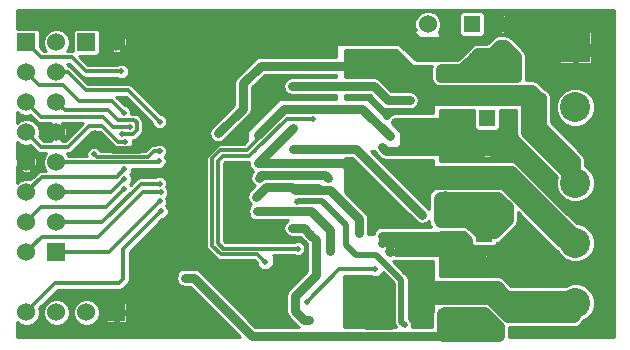
<source format=gbl>
G04 (created by PCBNEW (2013-07-07 BZR 4022)-stable) date 15/08/2017 00:06:55*
%MOIN*%
G04 Gerber Fmt 3.4, Leading zero omitted, Abs format*
%FSLAX34Y34*%
G01*
G70*
G90*
G04 APERTURE LIST*
%ADD10C,0.00590551*%
%ADD11R,0.06X0.06*%
%ADD12C,0.06*%
%ADD13R,0.055X0.055*%
%ADD14C,0.055*%
%ADD15C,0.1*%
%ADD16R,0.1X0.1*%
%ADD17C,0.02*%
%ADD18C,0.03*%
%ADD19C,0.012*%
%ADD20C,0.006*%
%ADD21C,0.02*%
%ADD22C,0.01*%
G04 APERTURE END LIST*
G54D10*
G54D11*
X25500Y-10250D03*
G54D12*
X26500Y-10250D03*
X25500Y-11250D03*
X26500Y-11250D03*
X25500Y-12250D03*
X26500Y-12250D03*
X25500Y-13250D03*
X26500Y-13250D03*
G54D11*
X26500Y-17250D03*
G54D12*
X25500Y-17250D03*
X26500Y-16250D03*
X25500Y-16250D03*
X26500Y-15250D03*
X25500Y-15250D03*
X26500Y-14250D03*
X25500Y-14250D03*
G54D11*
X28500Y-19250D03*
G54D12*
X27500Y-19250D03*
X26500Y-19250D03*
X25500Y-19250D03*
G54D11*
X27500Y-10250D03*
G54D12*
X28500Y-10250D03*
G54D11*
X37885Y-9645D03*
G54D12*
X38885Y-9645D03*
G54D13*
X40846Y-12787D03*
G54D14*
X40846Y-13787D03*
G54D13*
X40346Y-9645D03*
G54D14*
X41346Y-9645D03*
G54D13*
X40748Y-16625D03*
G54D14*
X40748Y-17625D03*
G54D15*
X43799Y-14929D03*
X43799Y-16929D03*
X43799Y-18929D03*
G54D16*
X43799Y-10417D03*
G54D15*
X43799Y-12417D03*
G54D17*
X40866Y-10708D03*
X40511Y-10708D03*
X40275Y-10944D03*
X39960Y-11141D03*
X39645Y-11141D03*
X39370Y-11141D03*
X39488Y-11417D03*
X39881Y-11377D03*
X40236Y-11377D03*
X40551Y-11377D03*
X40905Y-11377D03*
X40748Y-11062D03*
X39488Y-19212D03*
X39488Y-19527D03*
X39488Y-19881D03*
X39842Y-19881D03*
X39842Y-19527D03*
X39842Y-19204D03*
X40196Y-19212D03*
X40196Y-19527D03*
X40196Y-19881D03*
X40551Y-19881D03*
X40551Y-19527D03*
X40551Y-19204D03*
X40905Y-19527D03*
X40905Y-19881D03*
X40551Y-15826D03*
X40551Y-15433D03*
X40905Y-15433D03*
X40905Y-15866D03*
X39448Y-15826D03*
X39842Y-15826D03*
X39842Y-15433D03*
X40196Y-15433D03*
X40196Y-15826D03*
X39448Y-15433D03*
X31070Y-18094D03*
X30779Y-18098D03*
X28799Y-13562D03*
X29921Y-14212D03*
X28759Y-14488D03*
X28759Y-15137D03*
X29980Y-15255D03*
X28759Y-14803D03*
X29940Y-14960D03*
X29940Y-15551D03*
X29988Y-15889D03*
X28700Y-13307D03*
X29940Y-12893D03*
X28937Y-13070D03*
X37992Y-11181D03*
X37716Y-11535D03*
X37244Y-10984D03*
X37572Y-11167D03*
X36811Y-11023D03*
X37086Y-11259D03*
X37283Y-10669D03*
X36732Y-10669D03*
X36299Y-10669D03*
X37797Y-10667D03*
X31889Y-13287D03*
X36417Y-11023D03*
X34355Y-11023D03*
X38267Y-14527D03*
X38694Y-14505D03*
X38031Y-14763D03*
X38267Y-15000D03*
X37834Y-15669D03*
X37777Y-14505D03*
X36667Y-14867D03*
X37480Y-15505D03*
X37598Y-15944D03*
X37086Y-15944D03*
X36811Y-15551D03*
X36377Y-15275D03*
X36259Y-14921D03*
X36299Y-14527D03*
X37050Y-15250D03*
X34380Y-13100D03*
X33210Y-14270D03*
X38346Y-19015D03*
X38346Y-18700D03*
X38346Y-18346D03*
X38740Y-18346D03*
X37204Y-19015D03*
X37598Y-19251D03*
X37598Y-18779D03*
X37598Y-18385D03*
X37244Y-19685D03*
X37637Y-19685D03*
X36850Y-19291D03*
X36850Y-18779D03*
X36811Y-19685D03*
X36850Y-18385D03*
X36338Y-19685D03*
X36338Y-19291D03*
X36299Y-18779D03*
X36299Y-18385D03*
X36600Y-16620D03*
X33160Y-15400D03*
X34360Y-15060D03*
X35039Y-12795D03*
X34547Y-17125D03*
X33250Y-14760D03*
X35540Y-14760D03*
X33180Y-15880D03*
X35620Y-17220D03*
X28740Y-12598D03*
X28661Y-11220D03*
X30748Y-17421D03*
X29212Y-17992D03*
X27775Y-13275D03*
X31496Y-12992D03*
X31496Y-13385D03*
X31496Y-13779D03*
X30314Y-12992D03*
X30314Y-13385D03*
X30314Y-13779D03*
X30314Y-14173D03*
X30314Y-14566D03*
X30314Y-14960D03*
X30708Y-14960D03*
X30708Y-14566D03*
X30708Y-14173D03*
X30708Y-13779D03*
X30708Y-13385D03*
X30708Y-12992D03*
X31102Y-12992D03*
X31102Y-13385D03*
X31102Y-13779D03*
X31102Y-14173D03*
X31102Y-14566D03*
X31102Y-14960D03*
X35545Y-9875D03*
X35545Y-10275D03*
X38070Y-13188D03*
X38503Y-13287D03*
X37598Y-13858D03*
X37913Y-13858D03*
X38070Y-13543D03*
X37362Y-13740D03*
X37795Y-12913D03*
X37614Y-17224D03*
X37834Y-17244D03*
X37834Y-16968D03*
X37598Y-16968D03*
X37362Y-16948D03*
X37834Y-16692D03*
X37598Y-16692D03*
X37362Y-16692D03*
X33220Y-13338D03*
X33444Y-17578D03*
X37614Y-13385D03*
X37106Y-17814D03*
X34842Y-18897D03*
X34870Y-9340D03*
X34870Y-9920D03*
X34870Y-9640D03*
X27751Y-13976D03*
X29921Y-13877D03*
X34355Y-11712D03*
X38270Y-12180D03*
X38118Y-19681D03*
X34520Y-15560D03*
X34909Y-19492D03*
X34355Y-16437D03*
X38694Y-16005D03*
X34370Y-13790D03*
G54D18*
X39094Y-20045D02*
X39325Y-20045D01*
X39325Y-20045D02*
X39488Y-19881D01*
X41181Y-10708D02*
X41181Y-10787D01*
X41181Y-10787D02*
X41732Y-11338D01*
X41732Y-11338D02*
X41850Y-11338D01*
X41023Y-10944D02*
X41023Y-10866D01*
X41023Y-10866D02*
X41181Y-10708D01*
X41181Y-10708D02*
X41377Y-10511D01*
X41377Y-10511D02*
X41377Y-10629D01*
X41377Y-10629D02*
X41614Y-10866D01*
X41614Y-10866D02*
X41614Y-11141D01*
X41614Y-11141D02*
X41496Y-11259D01*
X41496Y-11259D02*
X41299Y-11259D01*
X41299Y-11259D02*
X41220Y-11181D01*
X41220Y-11181D02*
X41220Y-10944D01*
X40275Y-10824D02*
X40510Y-10589D01*
X40510Y-10589D02*
X40985Y-10589D01*
X40985Y-10589D02*
X41259Y-10314D01*
X41259Y-10314D02*
X41456Y-10314D01*
X41456Y-10314D02*
X41850Y-10708D01*
X41850Y-10708D02*
X41850Y-11338D01*
X41850Y-11338D02*
X41850Y-11451D01*
X41850Y-11451D02*
X40708Y-11451D01*
X40708Y-11451D02*
X40708Y-11259D01*
X40708Y-11259D02*
X40708Y-11181D01*
X40826Y-10905D02*
X40472Y-10905D01*
X40472Y-10905D02*
X40472Y-11023D01*
X40393Y-10705D02*
X40627Y-10705D01*
X40627Y-10705D02*
X40826Y-10905D01*
X40826Y-10905D02*
X40866Y-10944D01*
X39606Y-11141D02*
X39921Y-11141D01*
X39921Y-11141D02*
X40039Y-11259D01*
X40039Y-11259D02*
X40472Y-11259D01*
X40472Y-11259D02*
X40708Y-11023D01*
X40708Y-11023D02*
X40472Y-11023D01*
X40472Y-11023D02*
X40551Y-11023D01*
X40551Y-11023D02*
X40314Y-11259D01*
X40314Y-11259D02*
X40039Y-11259D01*
X40039Y-11259D02*
X40039Y-11141D01*
X39370Y-11141D02*
X39606Y-11141D01*
X39606Y-11141D02*
X40039Y-11141D01*
X40039Y-11141D02*
X39957Y-11141D01*
X39957Y-11141D02*
X40275Y-10824D01*
X40275Y-10824D02*
X40393Y-10705D01*
X40950Y-10556D02*
X41023Y-10629D01*
X41023Y-10629D02*
X41023Y-10944D01*
X41023Y-10944D02*
X41023Y-11451D01*
X41023Y-11451D02*
X39291Y-11451D01*
X39291Y-11451D02*
X39291Y-11141D01*
X39291Y-11141D02*
X39325Y-11108D01*
X39325Y-11108D02*
X39991Y-11108D01*
X39991Y-11108D02*
X40215Y-10884D01*
X40215Y-10884D02*
X40275Y-10944D01*
X40866Y-10708D02*
X40511Y-10708D01*
X40275Y-10944D02*
X40078Y-11141D01*
X40078Y-11141D02*
X39960Y-11141D01*
X39645Y-11141D02*
X39370Y-11141D01*
X39370Y-11141D02*
X39370Y-11141D01*
X39488Y-11417D02*
X39527Y-11377D01*
X39527Y-11377D02*
X39881Y-11377D01*
X40236Y-11377D02*
X40551Y-11377D01*
X40905Y-11377D02*
X40708Y-11181D01*
X40708Y-11181D02*
X40748Y-11220D01*
X40748Y-11220D02*
X40748Y-11062D01*
X39527Y-19645D02*
X39803Y-19645D01*
X39803Y-19645D02*
X40078Y-19921D01*
X40078Y-19921D02*
X40078Y-19881D01*
X39330Y-19370D02*
X39330Y-19448D01*
X39330Y-19448D02*
X39527Y-19645D01*
X39527Y-19645D02*
X39527Y-19645D01*
X39527Y-19645D02*
X40511Y-19645D01*
X40511Y-19645D02*
X40748Y-19881D01*
X40748Y-19881D02*
X41062Y-19881D01*
X41062Y-19881D02*
X40629Y-19448D01*
X40629Y-19448D02*
X39566Y-19448D01*
X39566Y-19448D02*
X39488Y-19448D01*
X39488Y-19212D02*
X40790Y-19212D01*
X40790Y-19212D02*
X41299Y-19721D01*
X41299Y-19721D02*
X41299Y-20039D01*
X41299Y-20039D02*
X41259Y-20078D01*
X41259Y-20078D02*
X39370Y-20078D01*
X39370Y-20078D02*
X39330Y-20039D01*
X39330Y-20039D02*
X39330Y-19370D01*
X39330Y-19370D02*
X39330Y-19283D01*
X39330Y-19283D02*
X39409Y-19204D01*
X39409Y-19204D02*
X40748Y-19204D01*
X39488Y-19212D02*
X39488Y-19448D01*
X39488Y-19448D02*
X39488Y-19527D01*
X39488Y-19881D02*
X39842Y-19881D01*
X39842Y-19527D02*
X39842Y-19204D01*
X40196Y-19212D02*
X40196Y-19527D01*
X40196Y-19881D02*
X40078Y-19881D01*
X40078Y-19881D02*
X40551Y-19881D01*
X40551Y-19527D02*
X40551Y-19204D01*
X40905Y-19527D02*
X40905Y-19881D01*
X40551Y-16102D02*
X40748Y-16102D01*
X40748Y-16102D02*
X40944Y-16299D01*
X40944Y-16299D02*
X40944Y-16417D01*
X39448Y-16062D02*
X40275Y-16062D01*
X40275Y-16062D02*
X40629Y-16417D01*
X40629Y-16417D02*
X40944Y-16417D01*
X40944Y-16417D02*
X41023Y-16417D01*
X41023Y-16417D02*
X41299Y-16141D01*
X41299Y-16141D02*
X41299Y-15787D01*
X41299Y-15787D02*
X41141Y-15629D01*
X41141Y-15629D02*
X41141Y-15944D01*
X41141Y-15944D02*
X40984Y-16102D01*
X40984Y-16102D02*
X40551Y-16102D01*
X40551Y-16102D02*
X40511Y-16102D01*
X40039Y-15360D02*
X39285Y-15360D01*
X39285Y-15360D02*
X39212Y-15433D01*
X39212Y-15433D02*
X39212Y-16181D01*
X39212Y-16181D02*
X39291Y-16259D01*
X39291Y-16259D02*
X39606Y-16259D01*
X39448Y-15433D02*
X39448Y-15354D01*
X39448Y-15354D02*
X39448Y-16062D01*
X39448Y-16062D02*
X39448Y-16259D01*
X39448Y-16259D02*
X39606Y-16259D01*
X39606Y-16259D02*
X40196Y-16259D01*
X40196Y-16259D02*
X40590Y-16653D01*
X40590Y-16653D02*
X41102Y-16653D01*
X41102Y-16653D02*
X41574Y-16181D01*
X41574Y-16181D02*
X41574Y-15705D01*
X41574Y-15705D02*
X41228Y-15360D01*
X41228Y-15360D02*
X40039Y-15360D01*
X40039Y-15360D02*
X39409Y-15360D01*
X39409Y-15360D02*
X39448Y-15399D01*
X39448Y-15399D02*
X39448Y-15669D01*
X39448Y-15669D02*
X39448Y-15629D01*
X39448Y-15629D02*
X39448Y-15629D01*
X39448Y-15629D02*
X40748Y-15629D01*
X40748Y-15629D02*
X40787Y-15590D01*
X39448Y-15433D02*
X40944Y-15433D01*
X40944Y-15433D02*
X40944Y-15826D01*
X40944Y-15826D02*
X40905Y-15866D01*
X40905Y-15866D02*
X39448Y-15866D01*
X39448Y-15866D02*
X39448Y-15629D01*
X39448Y-15629D02*
X39448Y-15511D01*
X40196Y-15826D02*
X40551Y-15826D01*
X40551Y-15433D02*
X40905Y-15433D01*
X39448Y-15433D02*
X39448Y-15511D01*
X39448Y-15511D02*
X39448Y-15826D01*
X39842Y-15826D02*
X39842Y-15433D01*
X40196Y-15433D02*
X40196Y-15826D01*
X31070Y-18106D02*
X31070Y-18094D01*
X40059Y-19629D02*
X39643Y-20045D01*
X39643Y-20045D02*
X39094Y-20045D01*
X39094Y-20045D02*
X33009Y-20045D01*
X33009Y-20045D02*
X31070Y-18106D01*
X31070Y-18106D02*
X31062Y-18098D01*
X31062Y-18098D02*
X30779Y-18098D01*
G54D19*
X28799Y-13562D02*
X28562Y-13562D01*
X28562Y-13562D02*
X28031Y-13031D01*
X28031Y-13031D02*
X27598Y-13031D01*
X27598Y-13031D02*
X26889Y-13740D01*
X26889Y-13740D02*
X25984Y-13740D01*
X25984Y-13740D02*
X25511Y-13267D01*
X25511Y-13267D02*
X25500Y-13250D01*
X26500Y-14250D02*
X26501Y-14251D01*
X29881Y-14251D02*
X29921Y-14212D01*
X26501Y-14251D02*
X29881Y-14251D01*
X26005Y-14744D02*
X25500Y-15250D01*
X28503Y-14744D02*
X26005Y-14744D01*
X28759Y-14488D02*
X28503Y-14744D01*
X26001Y-15748D02*
X25500Y-16250D01*
X28149Y-15748D02*
X26001Y-15748D01*
X28759Y-15137D02*
X28149Y-15748D01*
X29980Y-15255D02*
X29370Y-15255D01*
X29370Y-15255D02*
X29291Y-15334D01*
X25500Y-17236D02*
X26003Y-16732D01*
X26003Y-16732D02*
X27893Y-16732D01*
X27893Y-16732D02*
X29291Y-15334D01*
X25500Y-17236D02*
X25500Y-17250D01*
X26500Y-15250D02*
X28312Y-15250D01*
X28312Y-15250D02*
X28759Y-14803D01*
X29212Y-15059D02*
X29311Y-14960D01*
X28021Y-16250D02*
X29212Y-15059D01*
X26500Y-16250D02*
X28021Y-16250D01*
X29311Y-14960D02*
X29940Y-14960D01*
X29940Y-15551D02*
X28242Y-17250D01*
X28242Y-17250D02*
X26500Y-17250D01*
X25500Y-19250D02*
X26468Y-18281D01*
X26468Y-18281D02*
X28600Y-18281D01*
X28600Y-18281D02*
X28728Y-18153D01*
X28728Y-18153D02*
X28728Y-17149D01*
X28728Y-17149D02*
X29988Y-15889D01*
X29055Y-12834D02*
X28543Y-12834D01*
X28543Y-12834D02*
X28228Y-12519D01*
X28228Y-12519D02*
X26769Y-12519D01*
X26769Y-12519D02*
X26500Y-12250D01*
X28700Y-13307D02*
X29055Y-13307D01*
X29055Y-13307D02*
X29173Y-13188D01*
X29173Y-13188D02*
X29173Y-12913D01*
X29173Y-12913D02*
X29094Y-12834D01*
X29094Y-12834D02*
X29055Y-12834D01*
X26500Y-11250D02*
X26879Y-11250D01*
X26879Y-11250D02*
X27480Y-11850D01*
X27480Y-11850D02*
X28897Y-11850D01*
X28897Y-11850D02*
X29940Y-12893D01*
G54D20*
X29448Y-12401D02*
X29940Y-12893D01*
G54D19*
X25984Y-12734D02*
X28049Y-12734D01*
X28049Y-12734D02*
X28385Y-13070D01*
X28385Y-13070D02*
X28937Y-13070D01*
X25500Y-12250D02*
X25984Y-12734D01*
X25984Y-12734D02*
X25944Y-12694D01*
X25944Y-12694D02*
X25944Y-12694D01*
X25944Y-12694D02*
X25966Y-12716D01*
G54D18*
X42677Y-12125D02*
X42362Y-11811D01*
X42362Y-11811D02*
X39133Y-11811D01*
X39133Y-11811D02*
X38622Y-11299D01*
X38622Y-11299D02*
X37913Y-11299D01*
X37913Y-11299D02*
X37322Y-10708D01*
X37322Y-10708D02*
X37322Y-10629D01*
X37598Y-11338D02*
X37755Y-11496D01*
X37755Y-11496D02*
X38700Y-11496D01*
X38700Y-11496D02*
X39173Y-11968D01*
X39173Y-11968D02*
X42165Y-11968D01*
X42165Y-11968D02*
X42362Y-12165D01*
X42362Y-12165D02*
X42401Y-12165D01*
X42125Y-12283D02*
X42047Y-12204D01*
X42047Y-12204D02*
X39094Y-12204D01*
X39094Y-12204D02*
X38622Y-11732D01*
X38622Y-11732D02*
X37992Y-11732D01*
X43799Y-14929D02*
X43787Y-14929D01*
X43787Y-14929D02*
X42125Y-13267D01*
X42125Y-13267D02*
X42125Y-12283D01*
X42125Y-12283D02*
X42125Y-12322D01*
X37992Y-11732D02*
X37598Y-11338D01*
X37598Y-11338D02*
X37244Y-10984D01*
X37716Y-11535D02*
X37755Y-11535D01*
X37755Y-11535D02*
X37834Y-11456D01*
X42401Y-12204D02*
X42401Y-12165D01*
X42401Y-12165D02*
X42401Y-13149D01*
X42401Y-13149D02*
X43622Y-14370D01*
X43622Y-14370D02*
X43622Y-14685D01*
X43622Y-14685D02*
X43799Y-14929D01*
X42677Y-12086D02*
X42677Y-12125D01*
X42677Y-12125D02*
X42677Y-13031D01*
X42677Y-13031D02*
X43818Y-14173D01*
X43818Y-14173D02*
X43818Y-14960D01*
X43818Y-14960D02*
X43799Y-14929D01*
X37572Y-11167D02*
X37559Y-11181D01*
X37086Y-11102D02*
X37086Y-11259D01*
X37086Y-11259D02*
X37086Y-11102D01*
X37086Y-11102D02*
X37086Y-10866D01*
X37086Y-10866D02*
X37322Y-10629D01*
X37322Y-10629D02*
X37283Y-10669D01*
X37797Y-10667D02*
X37795Y-10669D01*
X34355Y-11023D02*
X33316Y-11023D01*
X33316Y-11023D02*
X32720Y-11620D01*
X32720Y-11620D02*
X32720Y-12457D01*
X32720Y-12457D02*
X31889Y-13287D01*
X36417Y-11023D02*
X34355Y-11023D01*
G54D19*
X32720Y-12444D02*
X32720Y-12401D01*
X31889Y-13287D02*
X32720Y-12457D01*
X32720Y-12457D02*
X32720Y-12444D01*
G54D21*
X34355Y-11023D02*
X36417Y-11023D01*
G54D19*
X33065Y-11275D02*
X32720Y-11620D01*
X32720Y-11620D02*
X32720Y-12401D01*
X33320Y-11020D02*
X33065Y-11275D01*
X33065Y-11275D02*
X33060Y-11280D01*
X34351Y-11020D02*
X33320Y-11020D01*
X34351Y-11020D02*
X34355Y-11023D01*
G54D18*
X39409Y-14505D02*
X41671Y-14505D01*
X41671Y-14505D02*
X42303Y-15137D01*
X42027Y-15255D02*
X41535Y-14763D01*
X41535Y-14763D02*
X39330Y-14763D01*
X39173Y-15000D02*
X41377Y-15000D01*
X41377Y-15000D02*
X42755Y-16377D01*
X38267Y-14527D02*
X38267Y-14505D01*
X38694Y-14505D02*
X38700Y-14505D01*
X38031Y-14763D02*
X38267Y-15000D01*
X38110Y-14505D02*
X38110Y-14685D01*
X38110Y-14685D02*
X38031Y-14763D01*
X43799Y-16929D02*
X43307Y-16929D01*
X43307Y-16929D02*
X42755Y-16377D01*
X42755Y-16377D02*
X41889Y-15511D01*
X39173Y-15000D02*
X38267Y-15000D01*
X37777Y-14505D02*
X37777Y-14509D01*
X37777Y-14509D02*
X38031Y-14763D01*
X38031Y-14763D02*
X39330Y-14763D01*
X42007Y-15236D02*
X42027Y-15255D01*
X42027Y-15255D02*
X43700Y-16929D01*
X43700Y-16929D02*
X43799Y-16929D01*
X37777Y-14505D02*
X38110Y-14505D01*
X38110Y-14505D02*
X38267Y-14505D01*
X38267Y-14505D02*
X38700Y-14505D01*
X38700Y-14505D02*
X39409Y-14505D01*
X39409Y-14505D02*
X39427Y-14505D01*
X42125Y-14960D02*
X42303Y-15137D01*
X42303Y-15137D02*
X43976Y-16811D01*
X43976Y-16811D02*
X43976Y-16929D01*
X43976Y-16929D02*
X43799Y-16929D01*
X37777Y-14505D02*
X37795Y-14488D01*
X37480Y-15505D02*
X37480Y-15511D01*
X37559Y-16023D02*
X37559Y-15984D01*
X37559Y-15984D02*
X37598Y-15944D01*
X36299Y-14527D02*
X36313Y-14513D01*
X34380Y-13100D02*
X33210Y-14270D01*
X33210Y-14270D02*
X36070Y-14270D01*
X36070Y-14270D02*
X36313Y-14513D01*
X36313Y-14513D02*
X36667Y-14867D01*
X36667Y-14867D02*
X37050Y-15250D01*
G54D19*
X33210Y-14270D02*
X36070Y-14270D01*
X36070Y-14270D02*
X37050Y-15250D01*
X33210Y-14270D02*
X34380Y-13100D01*
G54D18*
X43799Y-18929D02*
X43531Y-18661D01*
X43531Y-18661D02*
X41535Y-18661D01*
X43799Y-18929D02*
X43818Y-18948D01*
X43818Y-18948D02*
X43818Y-19370D01*
X43818Y-19370D02*
X43740Y-19448D01*
X43740Y-19448D02*
X43307Y-19448D01*
X40629Y-18346D02*
X38346Y-18346D01*
X38346Y-18346D02*
X38346Y-19015D01*
X38346Y-19015D02*
X38517Y-18844D01*
X38517Y-18844D02*
X38517Y-18529D01*
X38517Y-18529D02*
X41009Y-18529D01*
X41009Y-18529D02*
X41102Y-18622D01*
X38346Y-19015D02*
X38517Y-18844D01*
X38517Y-18844D02*
X39108Y-18844D01*
X38346Y-18844D02*
X39108Y-18844D01*
X39108Y-18844D02*
X40931Y-18844D01*
X40931Y-18844D02*
X41535Y-19448D01*
X41535Y-19448D02*
X43307Y-19448D01*
X43307Y-19448D02*
X43799Y-18956D01*
X43799Y-18956D02*
X43799Y-18929D01*
X43799Y-18929D02*
X43799Y-18956D01*
X43799Y-18956D02*
X43543Y-19212D01*
X43543Y-19212D02*
X41692Y-19212D01*
X41692Y-19212D02*
X41102Y-18622D01*
X41102Y-18622D02*
X38346Y-18700D01*
X38740Y-18346D02*
X38346Y-18346D01*
X43799Y-18929D02*
X41803Y-18929D01*
X41803Y-18929D02*
X41535Y-18661D01*
X41535Y-18661D02*
X41220Y-18346D01*
X41220Y-18346D02*
X40629Y-18346D01*
X40629Y-18346D02*
X38740Y-18346D01*
X37598Y-18779D02*
X37440Y-18779D01*
X37440Y-18779D02*
X37204Y-19015D01*
X37598Y-18779D02*
X37598Y-19251D01*
X37598Y-18385D02*
X37598Y-18779D01*
X37637Y-19685D02*
X37244Y-19685D01*
X36811Y-19685D02*
X37637Y-19685D01*
X36850Y-18779D02*
X36850Y-19291D01*
X36850Y-18385D02*
X36850Y-18779D01*
X36929Y-18346D02*
X36889Y-18346D01*
X36889Y-18346D02*
X36850Y-18385D01*
X36600Y-16620D02*
X36600Y-16140D01*
X36600Y-16140D02*
X35620Y-15160D01*
X35620Y-15160D02*
X34460Y-15160D01*
X34460Y-15160D02*
X34360Y-15060D01*
G54D21*
X35720Y-15260D02*
X35620Y-15160D01*
X35620Y-15160D02*
X35340Y-15160D01*
X35340Y-15160D02*
X35240Y-15060D01*
X35240Y-15060D02*
X34360Y-15060D01*
X36600Y-16620D02*
X36600Y-16412D01*
X36600Y-16412D02*
X36600Y-16140D01*
X36600Y-16140D02*
X35720Y-15260D01*
G54D18*
X33160Y-15400D02*
X33500Y-15060D01*
X33500Y-15060D02*
X34360Y-15060D01*
G54D19*
X33110Y-13854D02*
X32933Y-14031D01*
X32933Y-14031D02*
X32038Y-14031D01*
X32038Y-14031D02*
X31872Y-14196D01*
X35039Y-12795D02*
X34169Y-12795D01*
X34169Y-12795D02*
X33110Y-13854D01*
X33110Y-13854D02*
X33103Y-13861D01*
X34547Y-17125D02*
X32045Y-17125D01*
X32045Y-17125D02*
X31872Y-16953D01*
X31872Y-14196D02*
X31872Y-16953D01*
G54D18*
X33250Y-14760D02*
X33330Y-14680D01*
X33330Y-14680D02*
X34720Y-14680D01*
X34720Y-14680D02*
X35460Y-14680D01*
X35460Y-14680D02*
X35540Y-14760D01*
X33180Y-15880D02*
X35000Y-15880D01*
X35000Y-15880D02*
X35620Y-16500D01*
X35620Y-16500D02*
X35620Y-17220D01*
G54D19*
X28740Y-12598D02*
X28346Y-12204D01*
X28346Y-12204D02*
X27244Y-12204D01*
X27244Y-12204D02*
X26712Y-11673D01*
X26712Y-11673D02*
X25923Y-11673D01*
X25923Y-11673D02*
X25500Y-11250D01*
G54D20*
X25914Y-11664D02*
X25923Y-11673D01*
X25914Y-11664D02*
X25500Y-11250D01*
G54D19*
X25998Y-10748D02*
X25500Y-10250D01*
X27007Y-10748D02*
X25998Y-10748D01*
X27480Y-11220D02*
X27007Y-10748D01*
X28661Y-11220D02*
X27480Y-11220D01*
G54D20*
X25500Y-10250D02*
X25500Y-10303D01*
X27480Y-11220D02*
X28661Y-11220D01*
X27007Y-10748D02*
X27480Y-11220D01*
X25944Y-10748D02*
X27007Y-10748D01*
X25500Y-10303D02*
X25944Y-10748D01*
G54D18*
X30748Y-17421D02*
X30728Y-17401D01*
X30728Y-17401D02*
X29803Y-17401D01*
X29803Y-17401D02*
X29212Y-17992D01*
X34870Y-9640D02*
X32289Y-9640D01*
X32289Y-9640D02*
X31102Y-10826D01*
X31102Y-10826D02*
X31102Y-12992D01*
X43799Y-10417D02*
X44196Y-10417D01*
X44196Y-10417D02*
X44763Y-10984D01*
X44763Y-10984D02*
X44763Y-16653D01*
X40748Y-17625D02*
X42232Y-17625D01*
X42232Y-17625D02*
X42480Y-17874D01*
X42480Y-17874D02*
X44330Y-17874D01*
X44330Y-17874D02*
X44763Y-17440D01*
X44763Y-17440D02*
X44763Y-16653D01*
X44763Y-16653D02*
X44763Y-16496D01*
X44763Y-16496D02*
X44173Y-15905D01*
X44173Y-15905D02*
X43579Y-15905D01*
X43579Y-15905D02*
X41461Y-13787D01*
X41461Y-13787D02*
X40846Y-13787D01*
X43799Y-10417D02*
X42118Y-10417D01*
X42118Y-10417D02*
X41346Y-9645D01*
X41346Y-9645D02*
X41692Y-9645D01*
X41692Y-9645D02*
X42204Y-10157D01*
X42204Y-10157D02*
X43539Y-10157D01*
X43539Y-10157D02*
X43799Y-10417D01*
G54D19*
X31692Y-14307D02*
X31692Y-14122D01*
X31692Y-14122D02*
X31963Y-13851D01*
X31963Y-13851D02*
X32858Y-13851D01*
X32858Y-13851D02*
X34162Y-12547D01*
X34162Y-12547D02*
X34401Y-12547D01*
X34401Y-12547D02*
X34401Y-12472D01*
X29736Y-13299D02*
X30618Y-13299D01*
X30618Y-13299D02*
X30673Y-13354D01*
X30673Y-13354D02*
X30673Y-13393D01*
X27775Y-13275D02*
X27933Y-13275D01*
X27933Y-13275D02*
X28440Y-13783D01*
X28440Y-13783D02*
X29251Y-13783D01*
X29251Y-13783D02*
X29736Y-13299D01*
X29736Y-13299D02*
X29767Y-13267D01*
X29767Y-13267D02*
X30716Y-13267D01*
X30716Y-13267D02*
X30708Y-13267D01*
X27775Y-13275D02*
X28391Y-13891D01*
X28391Y-13891D02*
X29289Y-13891D01*
X29289Y-13891D02*
X29787Y-13393D01*
X29787Y-13393D02*
X30673Y-13393D01*
X30673Y-13393D02*
X30720Y-13393D01*
X30720Y-13393D02*
X30708Y-13385D01*
X31496Y-12992D02*
X31496Y-13385D01*
X30314Y-12992D02*
X30314Y-13385D01*
X30314Y-13779D02*
X30314Y-14173D01*
X30314Y-14566D02*
X30314Y-14960D01*
X30708Y-14960D02*
X30708Y-14566D01*
X30708Y-14173D02*
X30708Y-13779D01*
X30708Y-13385D02*
X30708Y-13267D01*
X30708Y-13267D02*
X30708Y-12992D01*
X31102Y-12992D02*
X31102Y-13385D01*
X31102Y-13779D02*
X31102Y-14173D01*
X31102Y-14566D02*
X31102Y-14960D01*
G54D18*
X37677Y-10196D02*
X37952Y-10196D01*
X37952Y-10196D02*
X38503Y-10748D01*
X38503Y-10748D02*
X39842Y-10748D01*
X39842Y-10748D02*
X40393Y-10196D01*
X37834Y-10196D02*
X38267Y-10196D01*
X38267Y-10196D02*
X38543Y-10472D01*
X38543Y-10472D02*
X40039Y-10472D01*
X35545Y-9875D02*
X35590Y-9921D01*
X35590Y-9921D02*
X38267Y-9921D01*
X38267Y-9921D02*
X38543Y-10196D01*
X35545Y-10275D02*
X35624Y-10196D01*
X35624Y-10196D02*
X37677Y-10196D01*
X37677Y-10196D02*
X37834Y-10196D01*
X37834Y-10196D02*
X38543Y-10196D01*
X38543Y-10196D02*
X40393Y-10196D01*
X40393Y-10196D02*
X40826Y-10196D01*
X40826Y-10196D02*
X41338Y-9685D01*
X41338Y-9685D02*
X41346Y-9645D01*
X37795Y-12913D02*
X38070Y-13188D01*
X38070Y-13188D02*
X38070Y-13700D01*
X38070Y-13700D02*
X37913Y-13858D01*
X37913Y-13858D02*
X37598Y-13858D01*
X38464Y-13149D02*
X38425Y-13188D01*
X38425Y-13188D02*
X38425Y-13582D01*
X37952Y-13070D02*
X38031Y-13149D01*
X38031Y-13149D02*
X38464Y-13149D01*
X40118Y-13031D02*
X40000Y-13149D01*
X40000Y-13149D02*
X38464Y-13149D01*
X38464Y-13149D02*
X38070Y-13543D01*
X37795Y-12913D02*
X37952Y-13070D01*
X37952Y-13070D02*
X38070Y-13188D01*
X38503Y-13287D02*
X40137Y-13287D01*
X40137Y-13287D02*
X40433Y-13582D01*
X37598Y-13858D02*
X37913Y-13858D01*
X38070Y-13543D02*
X38110Y-13582D01*
X38110Y-13582D02*
X38425Y-13582D01*
X38425Y-13582D02*
X40433Y-13582D01*
X40433Y-13582D02*
X40641Y-13582D01*
X40641Y-13582D02*
X40846Y-13787D01*
X37362Y-13740D02*
X37480Y-13858D01*
X37480Y-13858D02*
X40551Y-13858D01*
X40551Y-13858D02*
X40748Y-13661D01*
X40748Y-13661D02*
X40846Y-13787D01*
X37795Y-12913D02*
X39960Y-12913D01*
X39960Y-12913D02*
X40000Y-12913D01*
X40000Y-12913D02*
X40118Y-13031D01*
X40118Y-13031D02*
X40826Y-13740D01*
X40826Y-13740D02*
X40846Y-13787D01*
X40027Y-17625D02*
X40196Y-17795D01*
X40196Y-17795D02*
X40787Y-17795D01*
X40787Y-17795D02*
X40826Y-17755D01*
X40826Y-17755D02*
X40748Y-17625D01*
X40748Y-17625D02*
X40027Y-17625D01*
X40027Y-17625D02*
X39645Y-17244D01*
X39645Y-17244D02*
X37834Y-17244D01*
X40748Y-17625D02*
X40381Y-17625D01*
X40381Y-17625D02*
X39724Y-16968D01*
X39724Y-16968D02*
X37834Y-16968D01*
X37614Y-17224D02*
X37614Y-17220D01*
X37614Y-17220D02*
X37598Y-17204D01*
X37834Y-16692D02*
X37834Y-16968D01*
X37598Y-16692D02*
X37598Y-16968D01*
X37362Y-16948D02*
X37362Y-16929D01*
X37362Y-16692D02*
X37598Y-16692D01*
X40748Y-17625D02*
X39814Y-16692D01*
X39814Y-16692D02*
X37834Y-16692D01*
X37834Y-16692D02*
X37362Y-16692D01*
X33220Y-13338D02*
X33224Y-13338D01*
X33224Y-13338D02*
X34090Y-12472D01*
X34090Y-12472D02*
X34401Y-12472D01*
X34401Y-12472D02*
X36700Y-12472D01*
X36700Y-12472D02*
X37614Y-13385D01*
G54D19*
X33220Y-13338D02*
X34059Y-12500D01*
X34059Y-12500D02*
X34326Y-12500D01*
X31692Y-14307D02*
X31692Y-17027D01*
X31692Y-17027D02*
X31971Y-17305D01*
X31971Y-17305D02*
X33172Y-17305D01*
X33172Y-17305D02*
X33444Y-17578D01*
X37614Y-13385D02*
X36728Y-12500D01*
X36728Y-12500D02*
X34326Y-12500D01*
X34326Y-12500D02*
X34251Y-12500D01*
X35925Y-17814D02*
X37106Y-17814D01*
X34842Y-18897D02*
X35925Y-17814D01*
G54D18*
X34870Y-9640D02*
X34870Y-9340D01*
X34870Y-9920D02*
X34870Y-9640D01*
X37885Y-9645D02*
X34875Y-9645D01*
X34875Y-9645D02*
X34870Y-9640D01*
G54D19*
X27751Y-13976D02*
X27846Y-14071D01*
X27846Y-14071D02*
X29550Y-14071D01*
X29550Y-14071D02*
X29740Y-13881D01*
X29740Y-13881D02*
X29940Y-13881D01*
X29940Y-13881D02*
X29940Y-13877D01*
G54D21*
X29940Y-13877D02*
X29929Y-13877D01*
X29929Y-13877D02*
X29921Y-13877D01*
G54D18*
X34355Y-11712D02*
X37072Y-11712D01*
X37072Y-11712D02*
X37540Y-12180D01*
X37540Y-12180D02*
X38270Y-12180D01*
G54D19*
X37540Y-12180D02*
X38270Y-12180D01*
X37072Y-11712D02*
X37540Y-12180D01*
X37072Y-11712D02*
X34355Y-11712D01*
G54D21*
X38118Y-19681D02*
X38000Y-19562D01*
X38000Y-19562D02*
X38000Y-19377D01*
X38000Y-19377D02*
X38000Y-19377D01*
X38000Y-18180D02*
X38000Y-19377D01*
X38000Y-19377D02*
X38000Y-19417D01*
X36160Y-16340D02*
X36160Y-17000D01*
X36160Y-17000D02*
X36500Y-17340D01*
X36500Y-17340D02*
X37160Y-17340D01*
X34520Y-15560D02*
X34540Y-15540D01*
X34540Y-15540D02*
X35360Y-15540D01*
X35360Y-15540D02*
X36160Y-16340D01*
X37160Y-17340D02*
X37921Y-18101D01*
X37921Y-18101D02*
X38000Y-18180D01*
G54D18*
X34960Y-16660D02*
X34967Y-16660D01*
X34967Y-16660D02*
X35157Y-16850D01*
X35157Y-16850D02*
X35157Y-17992D01*
X35157Y-17992D02*
X34921Y-18228D01*
X34909Y-19492D02*
X34748Y-19492D01*
X34748Y-19492D02*
X34448Y-19192D01*
X34737Y-16437D02*
X34960Y-16660D01*
X34960Y-16660D02*
X34940Y-16640D01*
X34355Y-16437D02*
X34737Y-16437D01*
X34448Y-18700D02*
X34448Y-19192D01*
X34940Y-18208D02*
X34921Y-18228D01*
X34921Y-18228D02*
X34448Y-18700D01*
X34370Y-13790D02*
X36478Y-13790D01*
X36478Y-13790D02*
X38694Y-16005D01*
G54D21*
X38694Y-16005D02*
X36478Y-13790D01*
X36478Y-13790D02*
X34370Y-13790D01*
G54D10*
G36*
X39000Y-16392D02*
X37834Y-16392D01*
X37598Y-16392D01*
X37362Y-16392D01*
X37247Y-16415D01*
X37150Y-16480D01*
X37085Y-16578D01*
X37072Y-16642D01*
X36895Y-16642D01*
X36900Y-16620D01*
X36900Y-16140D01*
X36877Y-16025D01*
X36812Y-15927D01*
X36812Y-15927D01*
X36112Y-15228D01*
X36112Y-14090D01*
X36354Y-14090D01*
X38482Y-16218D01*
X38580Y-16283D01*
X38694Y-16305D01*
X38809Y-16283D01*
X38907Y-16218D01*
X38916Y-16203D01*
X38935Y-16295D01*
X39000Y-16392D01*
X39000Y-16392D01*
G37*
G54D22*
X39000Y-16392D02*
X37834Y-16392D01*
X37598Y-16392D01*
X37362Y-16392D01*
X37247Y-16415D01*
X37150Y-16480D01*
X37085Y-16578D01*
X37072Y-16642D01*
X36895Y-16642D01*
X36900Y-16620D01*
X36900Y-16140D01*
X36877Y-16025D01*
X36812Y-15927D01*
X36812Y-15927D01*
X36112Y-15228D01*
X36112Y-14090D01*
X36354Y-14090D01*
X38482Y-16218D01*
X38580Y-16283D01*
X38694Y-16305D01*
X38809Y-16283D01*
X38907Y-16218D01*
X38916Y-16203D01*
X38935Y-16295D01*
X39000Y-16392D01*
G54D10*
G36*
X39044Y-15176D02*
X39000Y-15220D01*
X38935Y-15318D01*
X38912Y-15433D01*
X38912Y-15802D01*
X38907Y-15793D01*
X36982Y-13868D01*
X37094Y-13868D01*
X37150Y-13952D01*
X37268Y-14070D01*
X37365Y-14135D01*
X37480Y-14158D01*
X37598Y-14158D01*
X37913Y-14158D01*
X39044Y-14158D01*
X39044Y-15176D01*
X39044Y-15176D01*
G37*
G54D22*
X39044Y-15176D02*
X39000Y-15220D01*
X38935Y-15318D01*
X38912Y-15433D01*
X38912Y-15802D01*
X38907Y-15793D01*
X36982Y-13868D01*
X37094Y-13868D01*
X37150Y-13952D01*
X37268Y-14070D01*
X37365Y-14135D01*
X37480Y-14158D01*
X37598Y-14158D01*
X37913Y-14158D01*
X39044Y-14158D01*
X39044Y-15176D01*
G54D10*
G36*
X39044Y-12613D02*
X37795Y-12613D01*
X37680Y-12636D01*
X37583Y-12701D01*
X37527Y-12784D01*
X37501Y-12784D01*
X36871Y-12154D01*
X36112Y-12154D01*
X36112Y-12012D01*
X36948Y-12012D01*
X37327Y-12392D01*
X37327Y-12392D01*
X37425Y-12457D01*
X37540Y-12480D01*
X38270Y-12480D01*
X38384Y-12457D01*
X38482Y-12392D01*
X38547Y-12294D01*
X38570Y-12180D01*
X38547Y-12065D01*
X38482Y-11967D01*
X38384Y-11902D01*
X38270Y-11880D01*
X37664Y-11880D01*
X37284Y-11500D01*
X37187Y-11435D01*
X37072Y-11412D01*
X36112Y-11412D01*
X36112Y-10496D01*
X37677Y-10496D01*
X37828Y-10496D01*
X38291Y-10960D01*
X38291Y-10960D01*
X38389Y-11025D01*
X38503Y-11048D01*
X38503Y-11048D01*
X39009Y-11048D01*
X38991Y-11141D01*
X38991Y-11451D01*
X39014Y-11565D01*
X39044Y-11611D01*
X39044Y-12613D01*
X39044Y-12613D01*
G37*
G54D22*
X39044Y-12613D02*
X37795Y-12613D01*
X37680Y-12636D01*
X37583Y-12701D01*
X37527Y-12784D01*
X37501Y-12784D01*
X36871Y-12154D01*
X36112Y-12154D01*
X36112Y-12012D01*
X36948Y-12012D01*
X37327Y-12392D01*
X37327Y-12392D01*
X37425Y-12457D01*
X37540Y-12480D01*
X38270Y-12480D01*
X38384Y-12457D01*
X38482Y-12392D01*
X38547Y-12294D01*
X38570Y-12180D01*
X38547Y-12065D01*
X38482Y-11967D01*
X38384Y-11902D01*
X38270Y-11880D01*
X37664Y-11880D01*
X37284Y-11500D01*
X37187Y-11435D01*
X37072Y-11412D01*
X36112Y-11412D01*
X36112Y-10496D01*
X37677Y-10496D01*
X37828Y-10496D01*
X38291Y-10960D01*
X38291Y-10960D01*
X38389Y-11025D01*
X38503Y-11048D01*
X38503Y-11048D01*
X39009Y-11048D01*
X38991Y-11141D01*
X38991Y-11451D01*
X39014Y-11565D01*
X39044Y-11611D01*
X39044Y-12613D01*
G54D10*
G36*
X37828Y-19745D02*
X36073Y-19745D01*
X36073Y-18024D01*
X36962Y-18024D01*
X36964Y-18026D01*
X36977Y-18031D01*
X37026Y-18081D01*
X37225Y-18081D01*
X37372Y-17934D01*
X37372Y-17906D01*
X37745Y-18278D01*
X37750Y-18284D01*
X37750Y-19375D01*
X37750Y-19377D01*
X37750Y-19562D01*
X37769Y-19658D01*
X37823Y-19739D01*
X37828Y-19745D01*
X37828Y-19745D01*
G37*
G54D22*
X37828Y-19745D02*
X36073Y-19745D01*
X36073Y-18024D01*
X36962Y-18024D01*
X36964Y-18026D01*
X36977Y-18031D01*
X37026Y-18081D01*
X37225Y-18081D01*
X37372Y-17934D01*
X37372Y-17906D01*
X37745Y-18278D01*
X37750Y-18284D01*
X37750Y-19375D01*
X37750Y-19377D01*
X37750Y-19562D01*
X37769Y-19658D01*
X37823Y-19739D01*
X37828Y-19745D01*
G54D10*
G36*
X39044Y-19213D02*
X39030Y-19283D01*
X39030Y-19370D01*
X39030Y-19448D01*
X39030Y-19745D01*
X38362Y-19745D01*
X38368Y-19731D01*
X38368Y-19681D01*
X38368Y-19681D01*
X38368Y-19681D01*
X38368Y-19631D01*
X38349Y-19585D01*
X38349Y-19585D01*
X38349Y-19585D01*
X38330Y-19539D01*
X38294Y-19504D01*
X38294Y-19504D01*
X38294Y-19504D01*
X38259Y-19469D01*
X38259Y-19469D01*
X38250Y-19459D01*
X38250Y-19420D01*
X38250Y-19417D01*
X38250Y-19377D01*
X38250Y-18180D01*
X38250Y-18180D01*
X38250Y-18180D01*
X38246Y-18161D01*
X38231Y-18084D01*
X38231Y-18084D01*
X38177Y-18003D01*
X38177Y-18003D01*
X38098Y-17925D01*
X37703Y-17530D01*
X37765Y-17530D01*
X37834Y-17544D01*
X39044Y-17544D01*
X39044Y-19213D01*
X39044Y-19213D01*
G37*
G54D22*
X39044Y-19213D02*
X39030Y-19283D01*
X39030Y-19370D01*
X39030Y-19448D01*
X39030Y-19745D01*
X38362Y-19745D01*
X38368Y-19731D01*
X38368Y-19681D01*
X38368Y-19681D01*
X38368Y-19681D01*
X38368Y-19631D01*
X38349Y-19585D01*
X38349Y-19585D01*
X38349Y-19585D01*
X38330Y-19539D01*
X38294Y-19504D01*
X38294Y-19504D01*
X38294Y-19504D01*
X38259Y-19469D01*
X38259Y-19469D01*
X38250Y-19459D01*
X38250Y-19420D01*
X38250Y-19417D01*
X38250Y-19377D01*
X38250Y-18180D01*
X38250Y-18180D01*
X38250Y-18180D01*
X38246Y-18161D01*
X38231Y-18084D01*
X38231Y-18084D01*
X38177Y-18003D01*
X38177Y-18003D01*
X38098Y-17925D01*
X37703Y-17530D01*
X37765Y-17530D01*
X37834Y-17544D01*
X39044Y-17544D01*
X39044Y-19213D01*
G54D10*
G36*
X26163Y-13950D02*
X26118Y-13994D01*
X26050Y-14160D01*
X26049Y-14339D01*
X26118Y-14504D01*
X26147Y-14534D01*
X26005Y-14534D01*
X25925Y-14550D01*
X25898Y-14568D01*
X25857Y-14595D01*
X25857Y-14595D01*
X25855Y-14597D01*
X25855Y-14283D01*
X25841Y-14145D01*
X25815Y-14082D01*
X25776Y-14044D01*
X25705Y-14115D01*
X25705Y-13973D01*
X25667Y-13934D01*
X25533Y-13894D01*
X25395Y-13908D01*
X25332Y-13934D01*
X25294Y-13973D01*
X25500Y-14179D01*
X25705Y-13973D01*
X25705Y-14115D01*
X25570Y-14250D01*
X25776Y-14455D01*
X25815Y-14417D01*
X25855Y-14283D01*
X25855Y-14597D01*
X25705Y-14747D01*
X25705Y-14526D01*
X25500Y-14320D01*
X25294Y-14526D01*
X25332Y-14565D01*
X25466Y-14605D01*
X25604Y-14591D01*
X25667Y-14565D01*
X25705Y-14526D01*
X25705Y-14747D01*
X25634Y-14818D01*
X25589Y-14800D01*
X25410Y-14799D01*
X25245Y-14868D01*
X25169Y-14943D01*
X25169Y-14380D01*
X25184Y-14417D01*
X25223Y-14455D01*
X25429Y-14250D01*
X25223Y-14044D01*
X25184Y-14082D01*
X25169Y-14133D01*
X25169Y-13556D01*
X25244Y-13631D01*
X25410Y-13699D01*
X25589Y-13700D01*
X25630Y-13683D01*
X25835Y-13888D01*
X25903Y-13934D01*
X25903Y-13934D01*
X25984Y-13950D01*
X26163Y-13950D01*
X26163Y-13950D01*
G37*
G54D22*
X26163Y-13950D02*
X26118Y-13994D01*
X26050Y-14160D01*
X26049Y-14339D01*
X26118Y-14504D01*
X26147Y-14534D01*
X26005Y-14534D01*
X25925Y-14550D01*
X25898Y-14568D01*
X25857Y-14595D01*
X25857Y-14595D01*
X25855Y-14597D01*
X25855Y-14283D01*
X25841Y-14145D01*
X25815Y-14082D01*
X25776Y-14044D01*
X25705Y-14115D01*
X25705Y-13973D01*
X25667Y-13934D01*
X25533Y-13894D01*
X25395Y-13908D01*
X25332Y-13934D01*
X25294Y-13973D01*
X25500Y-14179D01*
X25705Y-13973D01*
X25705Y-14115D01*
X25570Y-14250D01*
X25776Y-14455D01*
X25815Y-14417D01*
X25855Y-14283D01*
X25855Y-14597D01*
X25705Y-14747D01*
X25705Y-14526D01*
X25500Y-14320D01*
X25294Y-14526D01*
X25332Y-14565D01*
X25466Y-14605D01*
X25604Y-14591D01*
X25667Y-14565D01*
X25705Y-14526D01*
X25705Y-14747D01*
X25634Y-14818D01*
X25589Y-14800D01*
X25410Y-14799D01*
X25245Y-14868D01*
X25169Y-14943D01*
X25169Y-14380D01*
X25184Y-14417D01*
X25223Y-14455D01*
X25429Y-14250D01*
X25223Y-14044D01*
X25184Y-14082D01*
X25169Y-14133D01*
X25169Y-13556D01*
X25244Y-13631D01*
X25410Y-13699D01*
X25589Y-13700D01*
X25630Y-13683D01*
X25835Y-13888D01*
X25903Y-13934D01*
X25903Y-13934D01*
X25984Y-13950D01*
X26163Y-13950D01*
G54D10*
G36*
X27388Y-12944D02*
X26855Y-13477D01*
X26855Y-13283D01*
X26841Y-13145D01*
X26815Y-13082D01*
X26776Y-13044D01*
X26570Y-13250D01*
X26776Y-13455D01*
X26815Y-13417D01*
X26855Y-13283D01*
X26855Y-13477D01*
X26802Y-13530D01*
X26701Y-13530D01*
X26705Y-13526D01*
X26500Y-13320D01*
X26429Y-13391D01*
X26429Y-13250D01*
X26223Y-13044D01*
X26184Y-13082D01*
X26144Y-13216D01*
X26158Y-13354D01*
X26184Y-13417D01*
X26223Y-13455D01*
X26429Y-13250D01*
X26429Y-13391D01*
X26294Y-13526D01*
X26298Y-13530D01*
X26071Y-13530D01*
X25929Y-13388D01*
X25949Y-13339D01*
X25950Y-13160D01*
X25881Y-12995D01*
X25755Y-12868D01*
X25589Y-12800D01*
X25410Y-12799D01*
X25245Y-12868D01*
X25169Y-12943D01*
X25169Y-12556D01*
X25244Y-12631D01*
X25410Y-12699D01*
X25589Y-12700D01*
X25634Y-12681D01*
X25796Y-12843D01*
X25796Y-12843D01*
X25835Y-12882D01*
X25903Y-12928D01*
X25903Y-12928D01*
X25984Y-12944D01*
X26323Y-12944D01*
X26294Y-12973D01*
X26500Y-13179D01*
X26705Y-12973D01*
X26676Y-12944D01*
X27388Y-12944D01*
X27388Y-12944D01*
G37*
G54D22*
X27388Y-12944D02*
X26855Y-13477D01*
X26855Y-13283D01*
X26841Y-13145D01*
X26815Y-13082D01*
X26776Y-13044D01*
X26570Y-13250D01*
X26776Y-13455D01*
X26815Y-13417D01*
X26855Y-13283D01*
X26855Y-13477D01*
X26802Y-13530D01*
X26701Y-13530D01*
X26705Y-13526D01*
X26500Y-13320D01*
X26429Y-13391D01*
X26429Y-13250D01*
X26223Y-13044D01*
X26184Y-13082D01*
X26144Y-13216D01*
X26158Y-13354D01*
X26184Y-13417D01*
X26223Y-13455D01*
X26429Y-13250D01*
X26429Y-13391D01*
X26294Y-13526D01*
X26298Y-13530D01*
X26071Y-13530D01*
X25929Y-13388D01*
X25949Y-13339D01*
X25950Y-13160D01*
X25881Y-12995D01*
X25755Y-12868D01*
X25589Y-12800D01*
X25410Y-12799D01*
X25245Y-12868D01*
X25169Y-12943D01*
X25169Y-12556D01*
X25244Y-12631D01*
X25410Y-12699D01*
X25589Y-12700D01*
X25634Y-12681D01*
X25796Y-12843D01*
X25796Y-12843D01*
X25835Y-12882D01*
X25903Y-12928D01*
X25903Y-12928D01*
X25984Y-12944D01*
X26323Y-12944D01*
X26294Y-12973D01*
X26500Y-13179D01*
X26705Y-12973D01*
X26676Y-12944D01*
X27388Y-12944D01*
G54D10*
G36*
X45080Y-20080D02*
X41591Y-20080D01*
X41599Y-20039D01*
X41599Y-20039D01*
X41599Y-19748D01*
X43307Y-19748D01*
X43740Y-19748D01*
X43740Y-19748D01*
X43854Y-19725D01*
X43854Y-19725D01*
X43952Y-19660D01*
X44031Y-19582D01*
X44031Y-19582D01*
X44073Y-19519D01*
X44166Y-19480D01*
X44349Y-19297D01*
X44449Y-19058D01*
X44449Y-18800D01*
X44350Y-18561D01*
X44167Y-18378D01*
X43929Y-18279D01*
X43670Y-18279D01*
X43471Y-18361D01*
X41659Y-18361D01*
X41432Y-18134D01*
X41335Y-18069D01*
X41220Y-18046D01*
X41078Y-18046D01*
X41078Y-17653D01*
X41063Y-17525D01*
X41042Y-17473D01*
X41006Y-17438D01*
X40935Y-17509D01*
X40935Y-17367D01*
X40900Y-17331D01*
X40775Y-17295D01*
X40647Y-17310D01*
X40595Y-17331D01*
X40560Y-17367D01*
X40748Y-17555D01*
X40935Y-17367D01*
X40935Y-17509D01*
X40818Y-17625D01*
X41006Y-17813D01*
X41042Y-17778D01*
X41078Y-17653D01*
X41078Y-18046D01*
X40935Y-18046D01*
X40935Y-17884D01*
X40748Y-17696D01*
X40677Y-17767D01*
X40677Y-17625D01*
X40489Y-17438D01*
X40453Y-17473D01*
X40417Y-17598D01*
X40432Y-17726D01*
X40453Y-17778D01*
X40489Y-17813D01*
X40677Y-17625D01*
X40677Y-17767D01*
X40560Y-17884D01*
X40595Y-17920D01*
X40720Y-17956D01*
X40848Y-17941D01*
X40900Y-17920D01*
X40935Y-17884D01*
X40935Y-18046D01*
X40629Y-18046D01*
X39301Y-18046D01*
X39301Y-16559D01*
X39448Y-16559D01*
X39606Y-16559D01*
X40072Y-16559D01*
X40323Y-16810D01*
X40323Y-16930D01*
X40345Y-16985D01*
X40387Y-17028D01*
X40443Y-17050D01*
X40502Y-17051D01*
X41052Y-17051D01*
X41107Y-17028D01*
X41150Y-16986D01*
X41169Y-16940D01*
X41169Y-16940D01*
X41217Y-16930D01*
X41217Y-16930D01*
X41314Y-16865D01*
X41786Y-16393D01*
X41786Y-16393D01*
X41851Y-16295D01*
X41874Y-16181D01*
X41874Y-16181D01*
X41874Y-15921D01*
X42543Y-16590D01*
X42543Y-16590D01*
X42543Y-16590D01*
X43094Y-17141D01*
X43094Y-17141D01*
X43192Y-17206D01*
X43212Y-17210D01*
X43247Y-17296D01*
X43430Y-17479D01*
X43669Y-17579D01*
X43927Y-17579D01*
X44166Y-17480D01*
X44349Y-17297D01*
X44449Y-17058D01*
X44449Y-16800D01*
X44350Y-16561D01*
X44167Y-16378D01*
X43929Y-16279D01*
X43868Y-16279D01*
X42515Y-14925D01*
X42515Y-14925D01*
X42515Y-14925D01*
X42338Y-14748D01*
X41883Y-14293D01*
X41786Y-14228D01*
X41671Y-14205D01*
X41176Y-14205D01*
X41176Y-13815D01*
X41162Y-13686D01*
X41140Y-13635D01*
X41104Y-13600D01*
X41033Y-13670D01*
X41033Y-13529D01*
X40998Y-13493D01*
X40874Y-13457D01*
X40745Y-13471D01*
X40694Y-13493D01*
X40659Y-13529D01*
X40846Y-13716D01*
X41033Y-13529D01*
X41033Y-13670D01*
X40917Y-13787D01*
X41104Y-13974D01*
X41140Y-13939D01*
X41176Y-13815D01*
X41176Y-14205D01*
X41033Y-14205D01*
X41033Y-14045D01*
X40846Y-13858D01*
X40775Y-13928D01*
X40775Y-13787D01*
X40588Y-13600D01*
X40552Y-13635D01*
X40516Y-13759D01*
X40530Y-13888D01*
X40552Y-13939D01*
X40588Y-13974D01*
X40775Y-13787D01*
X40775Y-13928D01*
X40659Y-14045D01*
X40694Y-14081D01*
X40818Y-14117D01*
X40947Y-14103D01*
X40998Y-14081D01*
X41033Y-14045D01*
X41033Y-14205D01*
X39427Y-14205D01*
X39409Y-14205D01*
X39301Y-14205D01*
X39301Y-12504D01*
X40421Y-12504D01*
X40421Y-12542D01*
X40421Y-13092D01*
X40444Y-13147D01*
X40486Y-13189D01*
X40541Y-13212D01*
X40601Y-13212D01*
X41151Y-13212D01*
X41206Y-13189D01*
X41248Y-13147D01*
X41271Y-13092D01*
X41271Y-13032D01*
X41271Y-12504D01*
X41825Y-12504D01*
X41825Y-13267D01*
X41848Y-13382D01*
X41913Y-13479D01*
X43173Y-14739D01*
X43149Y-14799D01*
X43149Y-15057D01*
X43247Y-15296D01*
X43430Y-15479D01*
X43669Y-15579D01*
X43927Y-15579D01*
X44166Y-15480D01*
X44349Y-15297D01*
X44449Y-15058D01*
X44449Y-14800D01*
X44449Y-12288D01*
X44350Y-12049D01*
X44349Y-12048D01*
X44349Y-10927D01*
X44349Y-9907D01*
X44341Y-9889D01*
X44327Y-9874D01*
X44309Y-9867D01*
X44289Y-9867D01*
X43861Y-9867D01*
X43849Y-9879D01*
X43849Y-10367D01*
X44336Y-10367D01*
X44349Y-10354D01*
X44349Y-9907D01*
X44349Y-10927D01*
X44349Y-10479D01*
X44336Y-10467D01*
X43849Y-10467D01*
X43849Y-10954D01*
X43861Y-10967D01*
X44289Y-10967D01*
X44309Y-10967D01*
X44327Y-10959D01*
X44341Y-10945D01*
X44349Y-10927D01*
X44349Y-12048D01*
X44167Y-11866D01*
X43929Y-11767D01*
X43749Y-11767D01*
X43749Y-10954D01*
X43749Y-10467D01*
X43749Y-10367D01*
X43749Y-9879D01*
X43736Y-9867D01*
X43309Y-9867D01*
X43289Y-9867D01*
X43270Y-9874D01*
X43256Y-9889D01*
X43249Y-9907D01*
X43249Y-10354D01*
X43261Y-10367D01*
X43749Y-10367D01*
X43749Y-10467D01*
X43261Y-10467D01*
X43249Y-10479D01*
X43249Y-10927D01*
X43256Y-10945D01*
X43270Y-10959D01*
X43289Y-10967D01*
X43309Y-10967D01*
X43736Y-10967D01*
X43749Y-10954D01*
X43749Y-11767D01*
X43670Y-11767D01*
X43431Y-11865D01*
X43248Y-12048D01*
X43149Y-12287D01*
X43149Y-12546D01*
X43247Y-12785D01*
X43430Y-12968D01*
X43669Y-13067D01*
X43927Y-13067D01*
X44166Y-12968D01*
X44349Y-12785D01*
X44449Y-12547D01*
X44449Y-12288D01*
X44449Y-14800D01*
X44350Y-14561D01*
X44167Y-14378D01*
X44118Y-14358D01*
X44118Y-14173D01*
X44096Y-14058D01*
X44031Y-13961D01*
X44031Y-13961D01*
X42977Y-12907D01*
X42977Y-12125D01*
X42977Y-12086D01*
X42954Y-11971D01*
X42889Y-11874D01*
X42791Y-11809D01*
X42783Y-11807D01*
X42574Y-11598D01*
X42477Y-11533D01*
X42362Y-11511D01*
X42138Y-11511D01*
X42150Y-11451D01*
X42150Y-11338D01*
X42150Y-10708D01*
X42127Y-10593D01*
X42062Y-10496D01*
X42062Y-10496D01*
X41676Y-10110D01*
X41676Y-9673D01*
X41662Y-9545D01*
X41640Y-9493D01*
X41604Y-9458D01*
X41533Y-9529D01*
X41533Y-9387D01*
X41498Y-9351D01*
X41374Y-9315D01*
X41245Y-9329D01*
X41194Y-9351D01*
X41159Y-9387D01*
X41346Y-9574D01*
X41533Y-9387D01*
X41533Y-9529D01*
X41417Y-9645D01*
X41604Y-9832D01*
X41640Y-9797D01*
X41676Y-9673D01*
X41676Y-10110D01*
X41668Y-10102D01*
X41571Y-10037D01*
X41533Y-10030D01*
X41533Y-9903D01*
X41346Y-9716D01*
X41275Y-9787D01*
X41275Y-9645D01*
X41088Y-9458D01*
X41052Y-9493D01*
X41016Y-9617D01*
X41030Y-9746D01*
X41052Y-9797D01*
X41088Y-9832D01*
X41275Y-9645D01*
X41275Y-9787D01*
X41159Y-9903D01*
X41194Y-9940D01*
X41318Y-9975D01*
X41447Y-9961D01*
X41498Y-9940D01*
X41533Y-9903D01*
X41533Y-10030D01*
X41456Y-10014D01*
X41259Y-10014D01*
X41145Y-10037D01*
X41047Y-10102D01*
X40879Y-10270D01*
X40835Y-10279D01*
X40821Y-10289D01*
X40771Y-10289D01*
X40771Y-9890D01*
X40771Y-9340D01*
X40748Y-9285D01*
X40706Y-9243D01*
X40651Y-9220D01*
X40591Y-9220D01*
X40041Y-9220D01*
X39986Y-9243D01*
X39944Y-9285D01*
X39921Y-9340D01*
X39921Y-9400D01*
X39921Y-9950D01*
X39944Y-10005D01*
X39986Y-10047D01*
X40041Y-10070D01*
X40101Y-10070D01*
X40651Y-10070D01*
X40706Y-10047D01*
X40748Y-10005D01*
X40771Y-9950D01*
X40771Y-9890D01*
X40771Y-10289D01*
X40510Y-10289D01*
X40395Y-10312D01*
X40298Y-10377D01*
X40063Y-10611D01*
X40003Y-10672D01*
X40003Y-10672D01*
X39867Y-10808D01*
X39325Y-10808D01*
X39301Y-10812D01*
X39301Y-9984D01*
X39254Y-9913D01*
X39267Y-9900D01*
X39335Y-9735D01*
X39335Y-9556D01*
X39267Y-9391D01*
X39141Y-9264D01*
X38975Y-9195D01*
X38796Y-9195D01*
X38631Y-9263D01*
X38504Y-9390D01*
X38435Y-9555D01*
X38435Y-9734D01*
X38475Y-9831D01*
X38235Y-9831D01*
X38235Y-9355D01*
X38235Y-9335D01*
X38228Y-9317D01*
X38214Y-9303D01*
X38195Y-9295D01*
X37948Y-9295D01*
X37935Y-9308D01*
X37935Y-9595D01*
X38223Y-9595D01*
X38235Y-9583D01*
X38235Y-9355D01*
X38235Y-9831D01*
X38235Y-9831D01*
X38235Y-9708D01*
X38223Y-9695D01*
X37935Y-9695D01*
X37935Y-9703D01*
X37835Y-9703D01*
X37835Y-9695D01*
X37835Y-9595D01*
X37835Y-9308D01*
X37823Y-9295D01*
X37575Y-9295D01*
X37557Y-9303D01*
X37543Y-9317D01*
X37535Y-9335D01*
X37535Y-9355D01*
X37535Y-9583D01*
X37548Y-9595D01*
X37835Y-9595D01*
X37835Y-9695D01*
X37548Y-9695D01*
X37535Y-9708D01*
X37535Y-9831D01*
X35963Y-9831D01*
X35816Y-9979D01*
X35816Y-10723D01*
X34355Y-10723D01*
X33316Y-10723D01*
X33201Y-10746D01*
X33104Y-10811D01*
X32507Y-11407D01*
X32442Y-11505D01*
X32420Y-11620D01*
X32420Y-12332D01*
X31677Y-13075D01*
X31612Y-13172D01*
X31589Y-13287D01*
X31612Y-13402D01*
X31677Y-13499D01*
X31774Y-13564D01*
X31889Y-13587D01*
X32004Y-13564D01*
X32101Y-13499D01*
X32932Y-12669D01*
X32932Y-12669D01*
X32997Y-12571D01*
X33019Y-12457D01*
X33020Y-12457D01*
X33020Y-11744D01*
X33440Y-11323D01*
X34355Y-11323D01*
X35816Y-11323D01*
X35816Y-11412D01*
X34355Y-11412D01*
X34240Y-11435D01*
X34142Y-11500D01*
X34077Y-11597D01*
X34055Y-11712D01*
X34077Y-11827D01*
X34142Y-11924D01*
X34240Y-11989D01*
X34355Y-12012D01*
X35816Y-12012D01*
X35816Y-12154D01*
X35354Y-12154D01*
X33916Y-12154D01*
X32956Y-13114D01*
X32863Y-13207D01*
X32863Y-13522D01*
X32759Y-13626D01*
X32735Y-13650D01*
X31968Y-13650D01*
X31908Y-13650D01*
X31485Y-14073D01*
X31485Y-17107D01*
X31869Y-17490D01*
X33089Y-17490D01*
X33178Y-17579D01*
X33178Y-17697D01*
X33325Y-17845D01*
X33564Y-17845D01*
X33750Y-17658D01*
X33750Y-17380D01*
X33705Y-17335D01*
X34403Y-17335D01*
X34405Y-17337D01*
X34497Y-17375D01*
X34596Y-17376D01*
X34688Y-17338D01*
X34759Y-17267D01*
X34797Y-17175D01*
X34797Y-17076D01*
X34759Y-16984D01*
X34689Y-16914D01*
X34597Y-16876D01*
X34497Y-16875D01*
X34405Y-16913D01*
X34403Y-16915D01*
X32132Y-16915D01*
X32082Y-16866D01*
X32082Y-14283D01*
X32125Y-14241D01*
X32915Y-14241D01*
X32910Y-14270D01*
X32932Y-14384D01*
X32997Y-14482D01*
X33061Y-14524D01*
X33061Y-14524D01*
X33037Y-14547D01*
X32972Y-14645D01*
X32950Y-14760D01*
X32972Y-14874D01*
X33037Y-14972D01*
X33113Y-15022D01*
X32947Y-15187D01*
X32882Y-15285D01*
X32860Y-15400D01*
X32882Y-15514D01*
X32947Y-15612D01*
X32999Y-15646D01*
X32967Y-15667D01*
X32902Y-15765D01*
X32880Y-15880D01*
X32902Y-15994D01*
X32967Y-16092D01*
X33065Y-16157D01*
X33180Y-16180D01*
X34210Y-16180D01*
X34142Y-16224D01*
X34077Y-16322D01*
X34055Y-16437D01*
X34077Y-16551D01*
X34142Y-16649D01*
X34240Y-16714D01*
X34355Y-16737D01*
X34612Y-16737D01*
X34728Y-16853D01*
X34748Y-16872D01*
X34748Y-16872D01*
X34769Y-16887D01*
X34769Y-16887D01*
X34857Y-16974D01*
X34857Y-17867D01*
X34728Y-17996D01*
X34728Y-17996D01*
X34709Y-18016D01*
X34709Y-18016D01*
X34236Y-18488D01*
X34171Y-18585D01*
X34148Y-18700D01*
X34148Y-19192D01*
X34171Y-19307D01*
X34236Y-19405D01*
X34535Y-19704D01*
X34535Y-19704D01*
X34596Y-19745D01*
X33133Y-19745D01*
X31306Y-17917D01*
X31282Y-17882D01*
X31185Y-17817D01*
X31070Y-17794D01*
X31051Y-17798D01*
X30779Y-17798D01*
X30664Y-17821D01*
X30567Y-17886D01*
X30502Y-17983D01*
X30479Y-18098D01*
X30502Y-18213D01*
X30567Y-18310D01*
X30664Y-18375D01*
X30779Y-18398D01*
X30938Y-18398D01*
X32620Y-20080D01*
X28850Y-20080D01*
X28850Y-19540D01*
X28850Y-18959D01*
X28849Y-18940D01*
X28842Y-18921D01*
X28828Y-18907D01*
X28809Y-18899D01*
X28562Y-18900D01*
X28550Y-18912D01*
X28550Y-19200D01*
X28837Y-19200D01*
X28850Y-19187D01*
X28850Y-18959D01*
X28850Y-19540D01*
X28850Y-19312D01*
X28837Y-19300D01*
X28550Y-19300D01*
X28550Y-19587D01*
X28562Y-19600D01*
X28809Y-19600D01*
X28828Y-19592D01*
X28842Y-19578D01*
X28849Y-19559D01*
X28850Y-19540D01*
X28850Y-20080D01*
X28450Y-20080D01*
X28450Y-19587D01*
X28450Y-19300D01*
X28450Y-19200D01*
X28450Y-18912D01*
X28437Y-18900D01*
X28190Y-18899D01*
X28171Y-18907D01*
X28157Y-18921D01*
X28150Y-18940D01*
X28149Y-18959D01*
X28150Y-19187D01*
X28162Y-19200D01*
X28450Y-19200D01*
X28450Y-19300D01*
X28162Y-19300D01*
X28150Y-19312D01*
X28149Y-19540D01*
X28150Y-19559D01*
X28157Y-19578D01*
X28171Y-19592D01*
X28190Y-19600D01*
X28437Y-19600D01*
X28450Y-19587D01*
X28450Y-20080D01*
X27950Y-20080D01*
X27950Y-19160D01*
X27881Y-18995D01*
X27755Y-18868D01*
X27589Y-18800D01*
X27410Y-18799D01*
X27245Y-18868D01*
X27118Y-18994D01*
X27050Y-19160D01*
X27049Y-19339D01*
X27118Y-19504D01*
X27244Y-19631D01*
X27410Y-19699D01*
X27589Y-19700D01*
X27754Y-19631D01*
X27881Y-19505D01*
X27949Y-19339D01*
X27950Y-19160D01*
X27950Y-20080D01*
X26950Y-20080D01*
X26950Y-19160D01*
X26881Y-18995D01*
X26755Y-18868D01*
X26589Y-18800D01*
X26410Y-18799D01*
X26245Y-18868D01*
X26118Y-18994D01*
X26050Y-19160D01*
X26049Y-19339D01*
X26118Y-19504D01*
X26244Y-19631D01*
X26410Y-19699D01*
X26589Y-19700D01*
X26754Y-19631D01*
X26881Y-19505D01*
X26949Y-19339D01*
X26950Y-19160D01*
X26950Y-20080D01*
X25169Y-20080D01*
X25169Y-20000D01*
X25169Y-19556D01*
X25244Y-19631D01*
X25410Y-19699D01*
X25589Y-19700D01*
X25754Y-19631D01*
X25881Y-19505D01*
X25949Y-19339D01*
X25950Y-19160D01*
X25931Y-19115D01*
X26555Y-18491D01*
X28600Y-18491D01*
X28680Y-18475D01*
X28748Y-18429D01*
X28876Y-18302D01*
X28876Y-18302D01*
X28876Y-18302D01*
X28904Y-18261D01*
X28922Y-18233D01*
X28922Y-18233D01*
X28938Y-18153D01*
X28938Y-17236D01*
X30035Y-16139D01*
X30037Y-16139D01*
X30129Y-16101D01*
X30200Y-16031D01*
X30238Y-15939D01*
X30238Y-15840D01*
X30200Y-15748D01*
X30148Y-15696D01*
X30152Y-15692D01*
X30190Y-15601D01*
X30190Y-15501D01*
X30160Y-15428D01*
X30192Y-15397D01*
X30230Y-15305D01*
X30230Y-15206D01*
X30192Y-15114D01*
X30160Y-15082D01*
X30190Y-15010D01*
X30190Y-14911D01*
X30153Y-14819D01*
X30082Y-14748D01*
X29990Y-14710D01*
X29891Y-14710D01*
X29799Y-14748D01*
X29797Y-14750D01*
X29311Y-14750D01*
X29230Y-14766D01*
X29203Y-14784D01*
X29162Y-14812D01*
X29162Y-14812D01*
X29064Y-14910D01*
X28973Y-15000D01*
X28971Y-14996D01*
X28946Y-14970D01*
X28971Y-14944D01*
X29009Y-14853D01*
X29009Y-14753D01*
X28971Y-14661D01*
X28955Y-14645D01*
X28971Y-14629D01*
X29009Y-14538D01*
X29009Y-14461D01*
X29869Y-14461D01*
X29871Y-14462D01*
X29970Y-14462D01*
X30062Y-14424D01*
X30133Y-14354D01*
X30171Y-14262D01*
X30171Y-14163D01*
X30133Y-14071D01*
X30117Y-14055D01*
X30117Y-14054D01*
X30171Y-13973D01*
X30190Y-13877D01*
X30171Y-13782D01*
X30117Y-13701D01*
X30036Y-13646D01*
X29998Y-13639D01*
X29971Y-13627D01*
X29941Y-13627D01*
X29940Y-13627D01*
X29929Y-13627D01*
X29921Y-13627D01*
X29921Y-13627D01*
X29871Y-13627D01*
X29825Y-13646D01*
X29825Y-13646D01*
X29825Y-13646D01*
X29779Y-13665D01*
X29773Y-13671D01*
X29740Y-13671D01*
X29659Y-13687D01*
X29632Y-13706D01*
X29591Y-13733D01*
X29591Y-13733D01*
X29463Y-13861D01*
X27974Y-13861D01*
X27963Y-13834D01*
X27892Y-13764D01*
X27801Y-13726D01*
X27701Y-13726D01*
X27609Y-13764D01*
X27539Y-13834D01*
X27501Y-13926D01*
X27501Y-14025D01*
X27507Y-14041D01*
X26900Y-14041D01*
X26881Y-13995D01*
X26836Y-13950D01*
X26889Y-13950D01*
X26970Y-13934D01*
X27038Y-13888D01*
X27685Y-13241D01*
X27944Y-13241D01*
X28414Y-13711D01*
X28482Y-13757D01*
X28482Y-13757D01*
X28562Y-13772D01*
X28655Y-13772D01*
X28657Y-13774D01*
X28749Y-13812D01*
X28848Y-13813D01*
X28940Y-13775D01*
X29011Y-13704D01*
X29049Y-13612D01*
X29049Y-13517D01*
X29055Y-13517D01*
X29135Y-13501D01*
X29203Y-13455D01*
X29321Y-13337D01*
X29367Y-13269D01*
X29383Y-13188D01*
X29383Y-12913D01*
X29383Y-12913D01*
X29383Y-12913D01*
X29380Y-12897D01*
X29367Y-12833D01*
X29367Y-12833D01*
X29321Y-12764D01*
X29321Y-12764D01*
X29242Y-12686D01*
X29174Y-12640D01*
X29094Y-12624D01*
X29055Y-12624D01*
X28990Y-12624D01*
X28990Y-12548D01*
X28952Y-12456D01*
X28881Y-12386D01*
X28790Y-12348D01*
X28787Y-12348D01*
X28499Y-12060D01*
X28810Y-12060D01*
X29690Y-12940D01*
X29690Y-12943D01*
X29728Y-13035D01*
X29799Y-13105D01*
X29890Y-13143D01*
X29990Y-13143D01*
X30082Y-13105D01*
X30152Y-13035D01*
X30190Y-12943D01*
X30190Y-12844D01*
X30153Y-12752D01*
X30082Y-12681D01*
X29990Y-12643D01*
X29987Y-12643D01*
X29046Y-11701D01*
X28978Y-11656D01*
X28897Y-11640D01*
X27567Y-11640D01*
X27028Y-11101D01*
X26960Y-11055D01*
X26901Y-11044D01*
X26881Y-10995D01*
X26844Y-10958D01*
X26920Y-10958D01*
X27331Y-11368D01*
X27399Y-11414D01*
X27399Y-11414D01*
X27480Y-11430D01*
X28517Y-11430D01*
X28519Y-11432D01*
X28611Y-11470D01*
X28710Y-11470D01*
X28802Y-11432D01*
X28873Y-11362D01*
X28911Y-11270D01*
X28911Y-11170D01*
X28873Y-11079D01*
X28855Y-11060D01*
X28855Y-10283D01*
X28841Y-10145D01*
X28815Y-10082D01*
X28776Y-10044D01*
X28705Y-10115D01*
X28705Y-9973D01*
X28667Y-9934D01*
X28533Y-9894D01*
X28395Y-9908D01*
X28332Y-9934D01*
X28294Y-9973D01*
X28500Y-10179D01*
X28705Y-9973D01*
X28705Y-10115D01*
X28570Y-10250D01*
X28776Y-10455D01*
X28815Y-10417D01*
X28855Y-10283D01*
X28855Y-11060D01*
X28803Y-11008D01*
X28711Y-10970D01*
X28705Y-10970D01*
X28705Y-10526D01*
X28500Y-10320D01*
X28429Y-10391D01*
X28429Y-10250D01*
X28223Y-10044D01*
X28184Y-10082D01*
X28144Y-10216D01*
X28158Y-10354D01*
X28184Y-10417D01*
X28223Y-10455D01*
X28429Y-10250D01*
X28429Y-10391D01*
X28294Y-10526D01*
X28332Y-10565D01*
X28466Y-10605D01*
X28604Y-10591D01*
X28667Y-10565D01*
X28705Y-10526D01*
X28705Y-10970D01*
X28611Y-10970D01*
X28519Y-11008D01*
X28517Y-11010D01*
X27567Y-11010D01*
X27256Y-10700D01*
X27829Y-10700D01*
X27884Y-10677D01*
X27927Y-10635D01*
X27949Y-10579D01*
X27950Y-10520D01*
X27950Y-9920D01*
X27927Y-9865D01*
X27885Y-9822D01*
X27829Y-9800D01*
X27770Y-9799D01*
X27170Y-9799D01*
X27115Y-9822D01*
X27072Y-9864D01*
X27050Y-9920D01*
X27049Y-9979D01*
X27049Y-10546D01*
X27007Y-10538D01*
X26848Y-10538D01*
X26881Y-10505D01*
X26949Y-10339D01*
X26950Y-10160D01*
X26881Y-9995D01*
X26755Y-9868D01*
X26589Y-9800D01*
X26410Y-9799D01*
X26245Y-9868D01*
X26118Y-9994D01*
X26050Y-10160D01*
X26049Y-10339D01*
X26118Y-10504D01*
X26151Y-10538D01*
X26085Y-10538D01*
X25950Y-10403D01*
X25950Y-9920D01*
X25927Y-9865D01*
X25885Y-9822D01*
X25829Y-9800D01*
X25770Y-9799D01*
X25170Y-9799D01*
X25169Y-9800D01*
X25169Y-9169D01*
X35000Y-9169D01*
X45080Y-9169D01*
X45080Y-20080D01*
X45080Y-20080D01*
G37*
G54D22*
X45080Y-20080D02*
X41591Y-20080D01*
X41599Y-20039D01*
X41599Y-20039D01*
X41599Y-19748D01*
X43307Y-19748D01*
X43740Y-19748D01*
X43740Y-19748D01*
X43854Y-19725D01*
X43854Y-19725D01*
X43952Y-19660D01*
X44031Y-19582D01*
X44031Y-19582D01*
X44073Y-19519D01*
X44166Y-19480D01*
X44349Y-19297D01*
X44449Y-19058D01*
X44449Y-18800D01*
X44350Y-18561D01*
X44167Y-18378D01*
X43929Y-18279D01*
X43670Y-18279D01*
X43471Y-18361D01*
X41659Y-18361D01*
X41432Y-18134D01*
X41335Y-18069D01*
X41220Y-18046D01*
X41078Y-18046D01*
X41078Y-17653D01*
X41063Y-17525D01*
X41042Y-17473D01*
X41006Y-17438D01*
X40935Y-17509D01*
X40935Y-17367D01*
X40900Y-17331D01*
X40775Y-17295D01*
X40647Y-17310D01*
X40595Y-17331D01*
X40560Y-17367D01*
X40748Y-17555D01*
X40935Y-17367D01*
X40935Y-17509D01*
X40818Y-17625D01*
X41006Y-17813D01*
X41042Y-17778D01*
X41078Y-17653D01*
X41078Y-18046D01*
X40935Y-18046D01*
X40935Y-17884D01*
X40748Y-17696D01*
X40677Y-17767D01*
X40677Y-17625D01*
X40489Y-17438D01*
X40453Y-17473D01*
X40417Y-17598D01*
X40432Y-17726D01*
X40453Y-17778D01*
X40489Y-17813D01*
X40677Y-17625D01*
X40677Y-17767D01*
X40560Y-17884D01*
X40595Y-17920D01*
X40720Y-17956D01*
X40848Y-17941D01*
X40900Y-17920D01*
X40935Y-17884D01*
X40935Y-18046D01*
X40629Y-18046D01*
X39301Y-18046D01*
X39301Y-16559D01*
X39448Y-16559D01*
X39606Y-16559D01*
X40072Y-16559D01*
X40323Y-16810D01*
X40323Y-16930D01*
X40345Y-16985D01*
X40387Y-17028D01*
X40443Y-17050D01*
X40502Y-17051D01*
X41052Y-17051D01*
X41107Y-17028D01*
X41150Y-16986D01*
X41169Y-16940D01*
X41169Y-16940D01*
X41217Y-16930D01*
X41217Y-16930D01*
X41314Y-16865D01*
X41786Y-16393D01*
X41786Y-16393D01*
X41851Y-16295D01*
X41874Y-16181D01*
X41874Y-16181D01*
X41874Y-15921D01*
X42543Y-16590D01*
X42543Y-16590D01*
X42543Y-16590D01*
X43094Y-17141D01*
X43094Y-17141D01*
X43192Y-17206D01*
X43212Y-17210D01*
X43247Y-17296D01*
X43430Y-17479D01*
X43669Y-17579D01*
X43927Y-17579D01*
X44166Y-17480D01*
X44349Y-17297D01*
X44449Y-17058D01*
X44449Y-16800D01*
X44350Y-16561D01*
X44167Y-16378D01*
X43929Y-16279D01*
X43868Y-16279D01*
X42515Y-14925D01*
X42515Y-14925D01*
X42515Y-14925D01*
X42338Y-14748D01*
X41883Y-14293D01*
X41786Y-14228D01*
X41671Y-14205D01*
X41176Y-14205D01*
X41176Y-13815D01*
X41162Y-13686D01*
X41140Y-13635D01*
X41104Y-13600D01*
X41033Y-13670D01*
X41033Y-13529D01*
X40998Y-13493D01*
X40874Y-13457D01*
X40745Y-13471D01*
X40694Y-13493D01*
X40659Y-13529D01*
X40846Y-13716D01*
X41033Y-13529D01*
X41033Y-13670D01*
X40917Y-13787D01*
X41104Y-13974D01*
X41140Y-13939D01*
X41176Y-13815D01*
X41176Y-14205D01*
X41033Y-14205D01*
X41033Y-14045D01*
X40846Y-13858D01*
X40775Y-13928D01*
X40775Y-13787D01*
X40588Y-13600D01*
X40552Y-13635D01*
X40516Y-13759D01*
X40530Y-13888D01*
X40552Y-13939D01*
X40588Y-13974D01*
X40775Y-13787D01*
X40775Y-13928D01*
X40659Y-14045D01*
X40694Y-14081D01*
X40818Y-14117D01*
X40947Y-14103D01*
X40998Y-14081D01*
X41033Y-14045D01*
X41033Y-14205D01*
X39427Y-14205D01*
X39409Y-14205D01*
X39301Y-14205D01*
X39301Y-12504D01*
X40421Y-12504D01*
X40421Y-12542D01*
X40421Y-13092D01*
X40444Y-13147D01*
X40486Y-13189D01*
X40541Y-13212D01*
X40601Y-13212D01*
X41151Y-13212D01*
X41206Y-13189D01*
X41248Y-13147D01*
X41271Y-13092D01*
X41271Y-13032D01*
X41271Y-12504D01*
X41825Y-12504D01*
X41825Y-13267D01*
X41848Y-13382D01*
X41913Y-13479D01*
X43173Y-14739D01*
X43149Y-14799D01*
X43149Y-15057D01*
X43247Y-15296D01*
X43430Y-15479D01*
X43669Y-15579D01*
X43927Y-15579D01*
X44166Y-15480D01*
X44349Y-15297D01*
X44449Y-15058D01*
X44449Y-14800D01*
X44449Y-12288D01*
X44350Y-12049D01*
X44349Y-12048D01*
X44349Y-10927D01*
X44349Y-9907D01*
X44341Y-9889D01*
X44327Y-9874D01*
X44309Y-9867D01*
X44289Y-9867D01*
X43861Y-9867D01*
X43849Y-9879D01*
X43849Y-10367D01*
X44336Y-10367D01*
X44349Y-10354D01*
X44349Y-9907D01*
X44349Y-10927D01*
X44349Y-10479D01*
X44336Y-10467D01*
X43849Y-10467D01*
X43849Y-10954D01*
X43861Y-10967D01*
X44289Y-10967D01*
X44309Y-10967D01*
X44327Y-10959D01*
X44341Y-10945D01*
X44349Y-10927D01*
X44349Y-12048D01*
X44167Y-11866D01*
X43929Y-11767D01*
X43749Y-11767D01*
X43749Y-10954D01*
X43749Y-10467D01*
X43749Y-10367D01*
X43749Y-9879D01*
X43736Y-9867D01*
X43309Y-9867D01*
X43289Y-9867D01*
X43270Y-9874D01*
X43256Y-9889D01*
X43249Y-9907D01*
X43249Y-10354D01*
X43261Y-10367D01*
X43749Y-10367D01*
X43749Y-10467D01*
X43261Y-10467D01*
X43249Y-10479D01*
X43249Y-10927D01*
X43256Y-10945D01*
X43270Y-10959D01*
X43289Y-10967D01*
X43309Y-10967D01*
X43736Y-10967D01*
X43749Y-10954D01*
X43749Y-11767D01*
X43670Y-11767D01*
X43431Y-11865D01*
X43248Y-12048D01*
X43149Y-12287D01*
X43149Y-12546D01*
X43247Y-12785D01*
X43430Y-12968D01*
X43669Y-13067D01*
X43927Y-13067D01*
X44166Y-12968D01*
X44349Y-12785D01*
X44449Y-12547D01*
X44449Y-12288D01*
X44449Y-14800D01*
X44350Y-14561D01*
X44167Y-14378D01*
X44118Y-14358D01*
X44118Y-14173D01*
X44096Y-14058D01*
X44031Y-13961D01*
X44031Y-13961D01*
X42977Y-12907D01*
X42977Y-12125D01*
X42977Y-12086D01*
X42954Y-11971D01*
X42889Y-11874D01*
X42791Y-11809D01*
X42783Y-11807D01*
X42574Y-11598D01*
X42477Y-11533D01*
X42362Y-11511D01*
X42138Y-11511D01*
X42150Y-11451D01*
X42150Y-11338D01*
X42150Y-10708D01*
X42127Y-10593D01*
X42062Y-10496D01*
X42062Y-10496D01*
X41676Y-10110D01*
X41676Y-9673D01*
X41662Y-9545D01*
X41640Y-9493D01*
X41604Y-9458D01*
X41533Y-9529D01*
X41533Y-9387D01*
X41498Y-9351D01*
X41374Y-9315D01*
X41245Y-9329D01*
X41194Y-9351D01*
X41159Y-9387D01*
X41346Y-9574D01*
X41533Y-9387D01*
X41533Y-9529D01*
X41417Y-9645D01*
X41604Y-9832D01*
X41640Y-9797D01*
X41676Y-9673D01*
X41676Y-10110D01*
X41668Y-10102D01*
X41571Y-10037D01*
X41533Y-10030D01*
X41533Y-9903D01*
X41346Y-9716D01*
X41275Y-9787D01*
X41275Y-9645D01*
X41088Y-9458D01*
X41052Y-9493D01*
X41016Y-9617D01*
X41030Y-9746D01*
X41052Y-9797D01*
X41088Y-9832D01*
X41275Y-9645D01*
X41275Y-9787D01*
X41159Y-9903D01*
X41194Y-9940D01*
X41318Y-9975D01*
X41447Y-9961D01*
X41498Y-9940D01*
X41533Y-9903D01*
X41533Y-10030D01*
X41456Y-10014D01*
X41259Y-10014D01*
X41145Y-10037D01*
X41047Y-10102D01*
X40879Y-10270D01*
X40835Y-10279D01*
X40821Y-10289D01*
X40771Y-10289D01*
X40771Y-9890D01*
X40771Y-9340D01*
X40748Y-9285D01*
X40706Y-9243D01*
X40651Y-9220D01*
X40591Y-9220D01*
X40041Y-9220D01*
X39986Y-9243D01*
X39944Y-9285D01*
X39921Y-9340D01*
X39921Y-9400D01*
X39921Y-9950D01*
X39944Y-10005D01*
X39986Y-10047D01*
X40041Y-10070D01*
X40101Y-10070D01*
X40651Y-10070D01*
X40706Y-10047D01*
X40748Y-10005D01*
X40771Y-9950D01*
X40771Y-9890D01*
X40771Y-10289D01*
X40510Y-10289D01*
X40395Y-10312D01*
X40298Y-10377D01*
X40063Y-10611D01*
X40003Y-10672D01*
X40003Y-10672D01*
X39867Y-10808D01*
X39325Y-10808D01*
X39301Y-10812D01*
X39301Y-9984D01*
X39254Y-9913D01*
X39267Y-9900D01*
X39335Y-9735D01*
X39335Y-9556D01*
X39267Y-9391D01*
X39141Y-9264D01*
X38975Y-9195D01*
X38796Y-9195D01*
X38631Y-9263D01*
X38504Y-9390D01*
X38435Y-9555D01*
X38435Y-9734D01*
X38475Y-9831D01*
X38235Y-9831D01*
X38235Y-9355D01*
X38235Y-9335D01*
X38228Y-9317D01*
X38214Y-9303D01*
X38195Y-9295D01*
X37948Y-9295D01*
X37935Y-9308D01*
X37935Y-9595D01*
X38223Y-9595D01*
X38235Y-9583D01*
X38235Y-9355D01*
X38235Y-9831D01*
X38235Y-9831D01*
X38235Y-9708D01*
X38223Y-9695D01*
X37935Y-9695D01*
X37935Y-9703D01*
X37835Y-9703D01*
X37835Y-9695D01*
X37835Y-9595D01*
X37835Y-9308D01*
X37823Y-9295D01*
X37575Y-9295D01*
X37557Y-9303D01*
X37543Y-9317D01*
X37535Y-9335D01*
X37535Y-9355D01*
X37535Y-9583D01*
X37548Y-9595D01*
X37835Y-9595D01*
X37835Y-9695D01*
X37548Y-9695D01*
X37535Y-9708D01*
X37535Y-9831D01*
X35963Y-9831D01*
X35816Y-9979D01*
X35816Y-10723D01*
X34355Y-10723D01*
X33316Y-10723D01*
X33201Y-10746D01*
X33104Y-10811D01*
X32507Y-11407D01*
X32442Y-11505D01*
X32420Y-11620D01*
X32420Y-12332D01*
X31677Y-13075D01*
X31612Y-13172D01*
X31589Y-13287D01*
X31612Y-13402D01*
X31677Y-13499D01*
X31774Y-13564D01*
X31889Y-13587D01*
X32004Y-13564D01*
X32101Y-13499D01*
X32932Y-12669D01*
X32932Y-12669D01*
X32997Y-12571D01*
X33019Y-12457D01*
X33020Y-12457D01*
X33020Y-11744D01*
X33440Y-11323D01*
X34355Y-11323D01*
X35816Y-11323D01*
X35816Y-11412D01*
X34355Y-11412D01*
X34240Y-11435D01*
X34142Y-11500D01*
X34077Y-11597D01*
X34055Y-11712D01*
X34077Y-11827D01*
X34142Y-11924D01*
X34240Y-11989D01*
X34355Y-12012D01*
X35816Y-12012D01*
X35816Y-12154D01*
X35354Y-12154D01*
X33916Y-12154D01*
X32956Y-13114D01*
X32863Y-13207D01*
X32863Y-13522D01*
X32759Y-13626D01*
X32735Y-13650D01*
X31968Y-13650D01*
X31908Y-13650D01*
X31485Y-14073D01*
X31485Y-17107D01*
X31869Y-17490D01*
X33089Y-17490D01*
X33178Y-17579D01*
X33178Y-17697D01*
X33325Y-17845D01*
X33564Y-17845D01*
X33750Y-17658D01*
X33750Y-17380D01*
X33705Y-17335D01*
X34403Y-17335D01*
X34405Y-17337D01*
X34497Y-17375D01*
X34596Y-17376D01*
X34688Y-17338D01*
X34759Y-17267D01*
X34797Y-17175D01*
X34797Y-17076D01*
X34759Y-16984D01*
X34689Y-16914D01*
X34597Y-16876D01*
X34497Y-16875D01*
X34405Y-16913D01*
X34403Y-16915D01*
X32132Y-16915D01*
X32082Y-16866D01*
X32082Y-14283D01*
X32125Y-14241D01*
X32915Y-14241D01*
X32910Y-14270D01*
X32932Y-14384D01*
X32997Y-14482D01*
X33061Y-14524D01*
X33061Y-14524D01*
X33037Y-14547D01*
X32972Y-14645D01*
X32950Y-14760D01*
X32972Y-14874D01*
X33037Y-14972D01*
X33113Y-15022D01*
X32947Y-15187D01*
X32882Y-15285D01*
X32860Y-15400D01*
X32882Y-15514D01*
X32947Y-15612D01*
X32999Y-15646D01*
X32967Y-15667D01*
X32902Y-15765D01*
X32880Y-15880D01*
X32902Y-15994D01*
X32967Y-16092D01*
X33065Y-16157D01*
X33180Y-16180D01*
X34210Y-16180D01*
X34142Y-16224D01*
X34077Y-16322D01*
X34055Y-16437D01*
X34077Y-16551D01*
X34142Y-16649D01*
X34240Y-16714D01*
X34355Y-16737D01*
X34612Y-16737D01*
X34728Y-16853D01*
X34748Y-16872D01*
X34748Y-16872D01*
X34769Y-16887D01*
X34769Y-16887D01*
X34857Y-16974D01*
X34857Y-17867D01*
X34728Y-17996D01*
X34728Y-17996D01*
X34709Y-18016D01*
X34709Y-18016D01*
X34236Y-18488D01*
X34171Y-18585D01*
X34148Y-18700D01*
X34148Y-19192D01*
X34171Y-19307D01*
X34236Y-19405D01*
X34535Y-19704D01*
X34535Y-19704D01*
X34596Y-19745D01*
X33133Y-19745D01*
X31306Y-17917D01*
X31282Y-17882D01*
X31185Y-17817D01*
X31070Y-17794D01*
X31051Y-17798D01*
X30779Y-17798D01*
X30664Y-17821D01*
X30567Y-17886D01*
X30502Y-17983D01*
X30479Y-18098D01*
X30502Y-18213D01*
X30567Y-18310D01*
X30664Y-18375D01*
X30779Y-18398D01*
X30938Y-18398D01*
X32620Y-20080D01*
X28850Y-20080D01*
X28850Y-19540D01*
X28850Y-18959D01*
X28849Y-18940D01*
X28842Y-18921D01*
X28828Y-18907D01*
X28809Y-18899D01*
X28562Y-18900D01*
X28550Y-18912D01*
X28550Y-19200D01*
X28837Y-19200D01*
X28850Y-19187D01*
X28850Y-18959D01*
X28850Y-19540D01*
X28850Y-19312D01*
X28837Y-19300D01*
X28550Y-19300D01*
X28550Y-19587D01*
X28562Y-19600D01*
X28809Y-19600D01*
X28828Y-19592D01*
X28842Y-19578D01*
X28849Y-19559D01*
X28850Y-19540D01*
X28850Y-20080D01*
X28450Y-20080D01*
X28450Y-19587D01*
X28450Y-19300D01*
X28450Y-19200D01*
X28450Y-18912D01*
X28437Y-18900D01*
X28190Y-18899D01*
X28171Y-18907D01*
X28157Y-18921D01*
X28150Y-18940D01*
X28149Y-18959D01*
X28150Y-19187D01*
X28162Y-19200D01*
X28450Y-19200D01*
X28450Y-19300D01*
X28162Y-19300D01*
X28150Y-19312D01*
X28149Y-19540D01*
X28150Y-19559D01*
X28157Y-19578D01*
X28171Y-19592D01*
X28190Y-19600D01*
X28437Y-19600D01*
X28450Y-19587D01*
X28450Y-20080D01*
X27950Y-20080D01*
X27950Y-19160D01*
X27881Y-18995D01*
X27755Y-18868D01*
X27589Y-18800D01*
X27410Y-18799D01*
X27245Y-18868D01*
X27118Y-18994D01*
X27050Y-19160D01*
X27049Y-19339D01*
X27118Y-19504D01*
X27244Y-19631D01*
X27410Y-19699D01*
X27589Y-19700D01*
X27754Y-19631D01*
X27881Y-19505D01*
X27949Y-19339D01*
X27950Y-19160D01*
X27950Y-20080D01*
X26950Y-20080D01*
X26950Y-19160D01*
X26881Y-18995D01*
X26755Y-18868D01*
X26589Y-18800D01*
X26410Y-18799D01*
X26245Y-18868D01*
X26118Y-18994D01*
X26050Y-19160D01*
X26049Y-19339D01*
X26118Y-19504D01*
X26244Y-19631D01*
X26410Y-19699D01*
X26589Y-19700D01*
X26754Y-19631D01*
X26881Y-19505D01*
X26949Y-19339D01*
X26950Y-19160D01*
X26950Y-20080D01*
X25169Y-20080D01*
X25169Y-20000D01*
X25169Y-19556D01*
X25244Y-19631D01*
X25410Y-19699D01*
X25589Y-19700D01*
X25754Y-19631D01*
X25881Y-19505D01*
X25949Y-19339D01*
X25950Y-19160D01*
X25931Y-19115D01*
X26555Y-18491D01*
X28600Y-18491D01*
X28680Y-18475D01*
X28748Y-18429D01*
X28876Y-18302D01*
X28876Y-18302D01*
X28876Y-18302D01*
X28904Y-18261D01*
X28922Y-18233D01*
X28922Y-18233D01*
X28938Y-18153D01*
X28938Y-17236D01*
X30035Y-16139D01*
X30037Y-16139D01*
X30129Y-16101D01*
X30200Y-16031D01*
X30238Y-15939D01*
X30238Y-15840D01*
X30200Y-15748D01*
X30148Y-15696D01*
X30152Y-15692D01*
X30190Y-15601D01*
X30190Y-15501D01*
X30160Y-15428D01*
X30192Y-15397D01*
X30230Y-15305D01*
X30230Y-15206D01*
X30192Y-15114D01*
X30160Y-15082D01*
X30190Y-15010D01*
X30190Y-14911D01*
X30153Y-14819D01*
X30082Y-14748D01*
X29990Y-14710D01*
X29891Y-14710D01*
X29799Y-14748D01*
X29797Y-14750D01*
X29311Y-14750D01*
X29230Y-14766D01*
X29203Y-14784D01*
X29162Y-14812D01*
X29162Y-14812D01*
X29064Y-14910D01*
X28973Y-15000D01*
X28971Y-14996D01*
X28946Y-14970D01*
X28971Y-14944D01*
X29009Y-14853D01*
X29009Y-14753D01*
X28971Y-14661D01*
X28955Y-14645D01*
X28971Y-14629D01*
X29009Y-14538D01*
X29009Y-14461D01*
X29869Y-14461D01*
X29871Y-14462D01*
X29970Y-14462D01*
X30062Y-14424D01*
X30133Y-14354D01*
X30171Y-14262D01*
X30171Y-14163D01*
X30133Y-14071D01*
X30117Y-14055D01*
X30117Y-14054D01*
X30171Y-13973D01*
X30190Y-13877D01*
X30171Y-13782D01*
X30117Y-13701D01*
X30036Y-13646D01*
X29998Y-13639D01*
X29971Y-13627D01*
X29941Y-13627D01*
X29940Y-13627D01*
X29929Y-13627D01*
X29921Y-13627D01*
X29921Y-13627D01*
X29871Y-13627D01*
X29825Y-13646D01*
X29825Y-13646D01*
X29825Y-13646D01*
X29779Y-13665D01*
X29773Y-13671D01*
X29740Y-13671D01*
X29659Y-13687D01*
X29632Y-13706D01*
X29591Y-13733D01*
X29591Y-13733D01*
X29463Y-13861D01*
X27974Y-13861D01*
X27963Y-13834D01*
X27892Y-13764D01*
X27801Y-13726D01*
X27701Y-13726D01*
X27609Y-13764D01*
X27539Y-13834D01*
X27501Y-13926D01*
X27501Y-14025D01*
X27507Y-14041D01*
X26900Y-14041D01*
X26881Y-13995D01*
X26836Y-13950D01*
X26889Y-13950D01*
X26970Y-13934D01*
X27038Y-13888D01*
X27685Y-13241D01*
X27944Y-13241D01*
X28414Y-13711D01*
X28482Y-13757D01*
X28482Y-13757D01*
X28562Y-13772D01*
X28655Y-13772D01*
X28657Y-13774D01*
X28749Y-13812D01*
X28848Y-13813D01*
X28940Y-13775D01*
X29011Y-13704D01*
X29049Y-13612D01*
X29049Y-13517D01*
X29055Y-13517D01*
X29135Y-13501D01*
X29203Y-13455D01*
X29321Y-13337D01*
X29367Y-13269D01*
X29383Y-13188D01*
X29383Y-12913D01*
X29383Y-12913D01*
X29383Y-12913D01*
X29380Y-12897D01*
X29367Y-12833D01*
X29367Y-12833D01*
X29321Y-12764D01*
X29321Y-12764D01*
X29242Y-12686D01*
X29174Y-12640D01*
X29094Y-12624D01*
X29055Y-12624D01*
X28990Y-12624D01*
X28990Y-12548D01*
X28952Y-12456D01*
X28881Y-12386D01*
X28790Y-12348D01*
X28787Y-12348D01*
X28499Y-12060D01*
X28810Y-12060D01*
X29690Y-12940D01*
X29690Y-12943D01*
X29728Y-13035D01*
X29799Y-13105D01*
X29890Y-13143D01*
X29990Y-13143D01*
X30082Y-13105D01*
X30152Y-13035D01*
X30190Y-12943D01*
X30190Y-12844D01*
X30153Y-12752D01*
X30082Y-12681D01*
X29990Y-12643D01*
X29987Y-12643D01*
X29046Y-11701D01*
X28978Y-11656D01*
X28897Y-11640D01*
X27567Y-11640D01*
X27028Y-11101D01*
X26960Y-11055D01*
X26901Y-11044D01*
X26881Y-10995D01*
X26844Y-10958D01*
X26920Y-10958D01*
X27331Y-11368D01*
X27399Y-11414D01*
X27399Y-11414D01*
X27480Y-11430D01*
X28517Y-11430D01*
X28519Y-11432D01*
X28611Y-11470D01*
X28710Y-11470D01*
X28802Y-11432D01*
X28873Y-11362D01*
X28911Y-11270D01*
X28911Y-11170D01*
X28873Y-11079D01*
X28855Y-11060D01*
X28855Y-10283D01*
X28841Y-10145D01*
X28815Y-10082D01*
X28776Y-10044D01*
X28705Y-10115D01*
X28705Y-9973D01*
X28667Y-9934D01*
X28533Y-9894D01*
X28395Y-9908D01*
X28332Y-9934D01*
X28294Y-9973D01*
X28500Y-10179D01*
X28705Y-9973D01*
X28705Y-10115D01*
X28570Y-10250D01*
X28776Y-10455D01*
X28815Y-10417D01*
X28855Y-10283D01*
X28855Y-11060D01*
X28803Y-11008D01*
X28711Y-10970D01*
X28705Y-10970D01*
X28705Y-10526D01*
X28500Y-10320D01*
X28429Y-10391D01*
X28429Y-10250D01*
X28223Y-10044D01*
X28184Y-10082D01*
X28144Y-10216D01*
X28158Y-10354D01*
X28184Y-10417D01*
X28223Y-10455D01*
X28429Y-10250D01*
X28429Y-10391D01*
X28294Y-10526D01*
X28332Y-10565D01*
X28466Y-10605D01*
X28604Y-10591D01*
X28667Y-10565D01*
X28705Y-10526D01*
X28705Y-10970D01*
X28611Y-10970D01*
X28519Y-11008D01*
X28517Y-11010D01*
X27567Y-11010D01*
X27256Y-10700D01*
X27829Y-10700D01*
X27884Y-10677D01*
X27927Y-10635D01*
X27949Y-10579D01*
X27950Y-10520D01*
X27950Y-9920D01*
X27927Y-9865D01*
X27885Y-9822D01*
X27829Y-9800D01*
X27770Y-9799D01*
X27170Y-9799D01*
X27115Y-9822D01*
X27072Y-9864D01*
X27050Y-9920D01*
X27049Y-9979D01*
X27049Y-10546D01*
X27007Y-10538D01*
X26848Y-10538D01*
X26881Y-10505D01*
X26949Y-10339D01*
X26950Y-10160D01*
X26881Y-9995D01*
X26755Y-9868D01*
X26589Y-9800D01*
X26410Y-9799D01*
X26245Y-9868D01*
X26118Y-9994D01*
X26050Y-10160D01*
X26049Y-10339D01*
X26118Y-10504D01*
X26151Y-10538D01*
X26085Y-10538D01*
X25950Y-10403D01*
X25950Y-9920D01*
X25927Y-9865D01*
X25885Y-9822D01*
X25829Y-9800D01*
X25770Y-9799D01*
X25170Y-9799D01*
X25169Y-9800D01*
X25169Y-9169D01*
X35000Y-9169D01*
X45080Y-9169D01*
X45080Y-20080D01*
M02*

</source>
